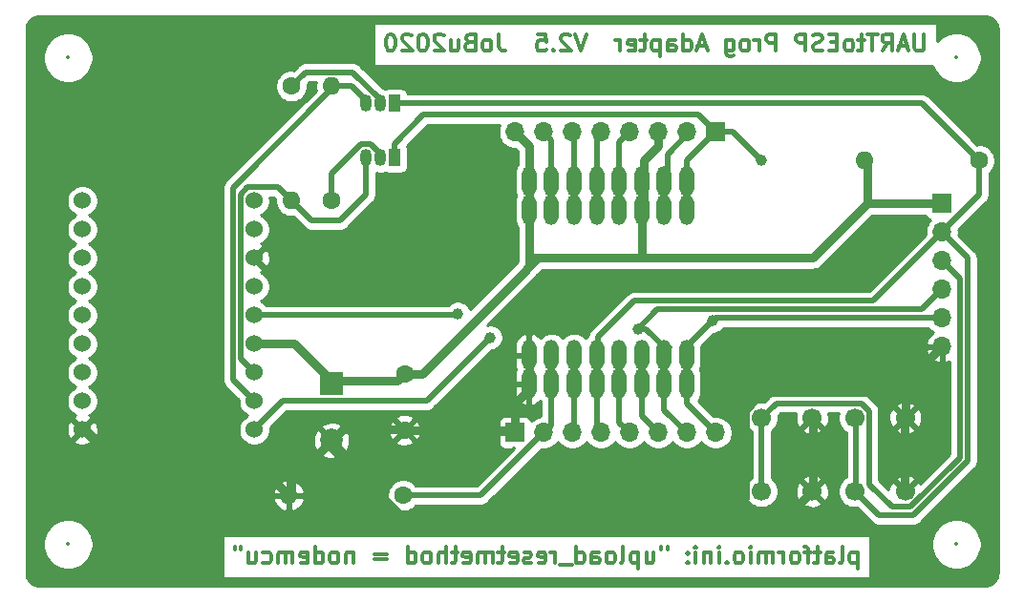
<source format=gbr>
G04 #@! TF.GenerationSoftware,KiCad,Pcbnew,(5.1.10)-1*
G04 #@! TF.CreationDate,2021-12-09T23:22:53+01:00*
G04 #@! TF.ProjectId,UARTtoESP,55415254-746f-4455-9350-2e6b69636164,rev?*
G04 #@! TF.SameCoordinates,Original*
G04 #@! TF.FileFunction,Copper,L2,Bot*
G04 #@! TF.FilePolarity,Positive*
%FSLAX46Y46*%
G04 Gerber Fmt 4.6, Leading zero omitted, Abs format (unit mm)*
G04 Created by KiCad (PCBNEW (5.1.10)-1) date 2021-12-09 23:22:53*
%MOMM*%
%LPD*%
G01*
G04 APERTURE LIST*
G04 #@! TA.AperFunction,NonConductor*
%ADD10C,0.300000*%
G04 #@! TD*
G04 #@! TA.AperFunction,ComponentPad*
%ADD11C,1.700000*%
G04 #@! TD*
G04 #@! TA.AperFunction,ComponentPad*
%ADD12C,1.600000*%
G04 #@! TD*
G04 #@! TA.AperFunction,ComponentPad*
%ADD13O,1.600000X1.600000*%
G04 #@! TD*
G04 #@! TA.AperFunction,ComponentPad*
%ADD14O,1.050000X1.500000*%
G04 #@! TD*
G04 #@! TA.AperFunction,ComponentPad*
%ADD15R,1.050000X1.500000*%
G04 #@! TD*
G04 #@! TA.AperFunction,ComponentPad*
%ADD16O,1.700000X1.700000*%
G04 #@! TD*
G04 #@! TA.AperFunction,ComponentPad*
%ADD17R,1.700000X1.700000*%
G04 #@! TD*
G04 #@! TA.AperFunction,ComponentPad*
%ADD18C,2.000000*%
G04 #@! TD*
G04 #@! TA.AperFunction,ComponentPad*
%ADD19R,2.000000X2.000000*%
G04 #@! TD*
G04 #@! TA.AperFunction,ComponentPad*
%ADD20O,1.300000X2.700000*%
G04 #@! TD*
G04 #@! TA.AperFunction,ComponentPad*
%ADD21C,1.524000*%
G04 #@! TD*
G04 #@! TA.AperFunction,ViaPad*
%ADD22C,1.000000*%
G04 #@! TD*
G04 #@! TA.AperFunction,Conductor*
%ADD23C,0.500000*%
G04 #@! TD*
G04 #@! TA.AperFunction,Conductor*
%ADD24C,0.800000*%
G04 #@! TD*
G04 #@! TA.AperFunction,Conductor*
%ADD25C,0.254000*%
G04 #@! TD*
G04 #@! TA.AperFunction,Conductor*
%ADD26C,0.350000*%
G04 #@! TD*
%ADD27C,0.350000*%
G04 APERTURE END LIST*
D10*
X227469428Y-97214571D02*
X227469428Y-98714571D01*
X227469428Y-97286000D02*
X227326571Y-97214571D01*
X227040857Y-97214571D01*
X226898000Y-97286000D01*
X226826571Y-97357428D01*
X226755142Y-97500285D01*
X226755142Y-97928857D01*
X226826571Y-98071714D01*
X226898000Y-98143142D01*
X227040857Y-98214571D01*
X227326571Y-98214571D01*
X227469428Y-98143142D01*
X225898000Y-98214571D02*
X226040857Y-98143142D01*
X226112285Y-98000285D01*
X226112285Y-96714571D01*
X224683714Y-98214571D02*
X224683714Y-97428857D01*
X224755142Y-97286000D01*
X224898000Y-97214571D01*
X225183714Y-97214571D01*
X225326571Y-97286000D01*
X224683714Y-98143142D02*
X224826571Y-98214571D01*
X225183714Y-98214571D01*
X225326571Y-98143142D01*
X225398000Y-98000285D01*
X225398000Y-97857428D01*
X225326571Y-97714571D01*
X225183714Y-97643142D01*
X224826571Y-97643142D01*
X224683714Y-97571714D01*
X224183714Y-97214571D02*
X223612285Y-97214571D01*
X223969428Y-96714571D02*
X223969428Y-98000285D01*
X223898000Y-98143142D01*
X223755142Y-98214571D01*
X223612285Y-98214571D01*
X223326571Y-97214571D02*
X222755142Y-97214571D01*
X223112285Y-98214571D02*
X223112285Y-96928857D01*
X223040857Y-96786000D01*
X222898000Y-96714571D01*
X222755142Y-96714571D01*
X222040857Y-98214571D02*
X222183714Y-98143142D01*
X222255142Y-98071714D01*
X222326571Y-97928857D01*
X222326571Y-97500285D01*
X222255142Y-97357428D01*
X222183714Y-97286000D01*
X222040857Y-97214571D01*
X221826571Y-97214571D01*
X221683714Y-97286000D01*
X221612285Y-97357428D01*
X221540857Y-97500285D01*
X221540857Y-97928857D01*
X221612285Y-98071714D01*
X221683714Y-98143142D01*
X221826571Y-98214571D01*
X222040857Y-98214571D01*
X220898000Y-98214571D02*
X220898000Y-97214571D01*
X220898000Y-97500285D02*
X220826571Y-97357428D01*
X220755142Y-97286000D01*
X220612285Y-97214571D01*
X220469428Y-97214571D01*
X219969428Y-98214571D02*
X219969428Y-97214571D01*
X219969428Y-97357428D02*
X219898000Y-97286000D01*
X219755142Y-97214571D01*
X219540857Y-97214571D01*
X219398000Y-97286000D01*
X219326571Y-97428857D01*
X219326571Y-98214571D01*
X219326571Y-97428857D02*
X219255142Y-97286000D01*
X219112285Y-97214571D01*
X218898000Y-97214571D01*
X218755142Y-97286000D01*
X218683714Y-97428857D01*
X218683714Y-98214571D01*
X217969428Y-98214571D02*
X217969428Y-97214571D01*
X217969428Y-96714571D02*
X218040857Y-96786000D01*
X217969428Y-96857428D01*
X217898000Y-96786000D01*
X217969428Y-96714571D01*
X217969428Y-96857428D01*
X217040857Y-98214571D02*
X217183714Y-98143142D01*
X217255142Y-98071714D01*
X217326571Y-97928857D01*
X217326571Y-97500285D01*
X217255142Y-97357428D01*
X217183714Y-97286000D01*
X217040857Y-97214571D01*
X216826571Y-97214571D01*
X216683714Y-97286000D01*
X216612285Y-97357428D01*
X216540857Y-97500285D01*
X216540857Y-97928857D01*
X216612285Y-98071714D01*
X216683714Y-98143142D01*
X216826571Y-98214571D01*
X217040857Y-98214571D01*
X215898000Y-98071714D02*
X215826571Y-98143142D01*
X215898000Y-98214571D01*
X215969428Y-98143142D01*
X215898000Y-98071714D01*
X215898000Y-98214571D01*
X215183714Y-98214571D02*
X215183714Y-97214571D01*
X215183714Y-96714571D02*
X215255142Y-96786000D01*
X215183714Y-96857428D01*
X215112285Y-96786000D01*
X215183714Y-96714571D01*
X215183714Y-96857428D01*
X214469428Y-97214571D02*
X214469428Y-98214571D01*
X214469428Y-97357428D02*
X214398000Y-97286000D01*
X214255142Y-97214571D01*
X214040857Y-97214571D01*
X213898000Y-97286000D01*
X213826571Y-97428857D01*
X213826571Y-98214571D01*
X213112285Y-98214571D02*
X213112285Y-97214571D01*
X213112285Y-96714571D02*
X213183714Y-96786000D01*
X213112285Y-96857428D01*
X213040857Y-96786000D01*
X213112285Y-96714571D01*
X213112285Y-96857428D01*
X212398000Y-98071714D02*
X212326571Y-98143142D01*
X212398000Y-98214571D01*
X212469428Y-98143142D01*
X212398000Y-98071714D01*
X212398000Y-98214571D01*
X212398000Y-97286000D02*
X212326571Y-97357428D01*
X212398000Y-97428857D01*
X212469428Y-97357428D01*
X212398000Y-97286000D01*
X212398000Y-97428857D01*
X210612285Y-96714571D02*
X210612285Y-97000285D01*
X210040857Y-96714571D02*
X210040857Y-97000285D01*
X208755142Y-97214571D02*
X208755142Y-98214571D01*
X209398000Y-97214571D02*
X209398000Y-98000285D01*
X209326571Y-98143142D01*
X209183714Y-98214571D01*
X208969428Y-98214571D01*
X208826571Y-98143142D01*
X208755142Y-98071714D01*
X208040857Y-97214571D02*
X208040857Y-98714571D01*
X208040857Y-97286000D02*
X207898000Y-97214571D01*
X207612285Y-97214571D01*
X207469428Y-97286000D01*
X207398000Y-97357428D01*
X207326571Y-97500285D01*
X207326571Y-97928857D01*
X207398000Y-98071714D01*
X207469428Y-98143142D01*
X207612285Y-98214571D01*
X207898000Y-98214571D01*
X208040857Y-98143142D01*
X206469428Y-98214571D02*
X206612285Y-98143142D01*
X206683714Y-98000285D01*
X206683714Y-96714571D01*
X205683714Y-98214571D02*
X205826571Y-98143142D01*
X205898000Y-98071714D01*
X205969428Y-97928857D01*
X205969428Y-97500285D01*
X205898000Y-97357428D01*
X205826571Y-97286000D01*
X205683714Y-97214571D01*
X205469428Y-97214571D01*
X205326571Y-97286000D01*
X205255142Y-97357428D01*
X205183714Y-97500285D01*
X205183714Y-97928857D01*
X205255142Y-98071714D01*
X205326571Y-98143142D01*
X205469428Y-98214571D01*
X205683714Y-98214571D01*
X203898000Y-98214571D02*
X203898000Y-97428857D01*
X203969428Y-97286000D01*
X204112285Y-97214571D01*
X204398000Y-97214571D01*
X204540857Y-97286000D01*
X203898000Y-98143142D02*
X204040857Y-98214571D01*
X204398000Y-98214571D01*
X204540857Y-98143142D01*
X204612285Y-98000285D01*
X204612285Y-97857428D01*
X204540857Y-97714571D01*
X204398000Y-97643142D01*
X204040857Y-97643142D01*
X203898000Y-97571714D01*
X202540857Y-98214571D02*
X202540857Y-96714571D01*
X202540857Y-98143142D02*
X202683714Y-98214571D01*
X202969428Y-98214571D01*
X203112285Y-98143142D01*
X203183714Y-98071714D01*
X203255142Y-97928857D01*
X203255142Y-97500285D01*
X203183714Y-97357428D01*
X203112285Y-97286000D01*
X202969428Y-97214571D01*
X202683714Y-97214571D01*
X202540857Y-97286000D01*
X202183714Y-98357428D02*
X201040857Y-98357428D01*
X200683714Y-98214571D02*
X200683714Y-97214571D01*
X200683714Y-97500285D02*
X200612285Y-97357428D01*
X200540857Y-97286000D01*
X200398000Y-97214571D01*
X200255142Y-97214571D01*
X199183714Y-98143142D02*
X199326571Y-98214571D01*
X199612285Y-98214571D01*
X199755142Y-98143142D01*
X199826571Y-98000285D01*
X199826571Y-97428857D01*
X199755142Y-97286000D01*
X199612285Y-97214571D01*
X199326571Y-97214571D01*
X199183714Y-97286000D01*
X199112285Y-97428857D01*
X199112285Y-97571714D01*
X199826571Y-97714571D01*
X198540857Y-98143142D02*
X198397999Y-98214571D01*
X198112285Y-98214571D01*
X197969428Y-98143142D01*
X197897999Y-98000285D01*
X197897999Y-97928857D01*
X197969428Y-97786000D01*
X198112285Y-97714571D01*
X198326571Y-97714571D01*
X198469428Y-97643142D01*
X198540857Y-97500285D01*
X198540857Y-97428857D01*
X198469428Y-97286000D01*
X198326571Y-97214571D01*
X198112285Y-97214571D01*
X197969428Y-97286000D01*
X196683714Y-98143142D02*
X196826571Y-98214571D01*
X197112285Y-98214571D01*
X197255142Y-98143142D01*
X197326571Y-98000285D01*
X197326571Y-97428857D01*
X197255142Y-97286000D01*
X197112285Y-97214571D01*
X196826571Y-97214571D01*
X196683714Y-97286000D01*
X196612285Y-97428857D01*
X196612285Y-97571714D01*
X197326571Y-97714571D01*
X196183714Y-97214571D02*
X195612285Y-97214571D01*
X195969428Y-96714571D02*
X195969428Y-98000285D01*
X195897999Y-98143142D01*
X195755142Y-98214571D01*
X195612285Y-98214571D01*
X195112285Y-98214571D02*
X195112285Y-97214571D01*
X195112285Y-97357428D02*
X195040857Y-97286000D01*
X194897999Y-97214571D01*
X194683714Y-97214571D01*
X194540857Y-97286000D01*
X194469428Y-97428857D01*
X194469428Y-98214571D01*
X194469428Y-97428857D02*
X194397999Y-97286000D01*
X194255142Y-97214571D01*
X194040857Y-97214571D01*
X193897999Y-97286000D01*
X193826571Y-97428857D01*
X193826571Y-98214571D01*
X192540857Y-98143142D02*
X192683714Y-98214571D01*
X192969428Y-98214571D01*
X193112285Y-98143142D01*
X193183714Y-98000285D01*
X193183714Y-97428857D01*
X193112285Y-97286000D01*
X192969428Y-97214571D01*
X192683714Y-97214571D01*
X192540857Y-97286000D01*
X192469428Y-97428857D01*
X192469428Y-97571714D01*
X193183714Y-97714571D01*
X192040857Y-97214571D02*
X191469428Y-97214571D01*
X191826571Y-96714571D02*
X191826571Y-98000285D01*
X191755142Y-98143142D01*
X191612285Y-98214571D01*
X191469428Y-98214571D01*
X190969428Y-98214571D02*
X190969428Y-96714571D01*
X190326571Y-98214571D02*
X190326571Y-97428857D01*
X190397999Y-97286000D01*
X190540857Y-97214571D01*
X190755142Y-97214571D01*
X190897999Y-97286000D01*
X190969428Y-97357428D01*
X189397999Y-98214571D02*
X189540857Y-98143142D01*
X189612285Y-98071714D01*
X189683714Y-97928857D01*
X189683714Y-97500285D01*
X189612285Y-97357428D01*
X189540857Y-97286000D01*
X189397999Y-97214571D01*
X189183714Y-97214571D01*
X189040857Y-97286000D01*
X188969428Y-97357428D01*
X188897999Y-97500285D01*
X188897999Y-97928857D01*
X188969428Y-98071714D01*
X189040857Y-98143142D01*
X189183714Y-98214571D01*
X189397999Y-98214571D01*
X187612285Y-98214571D02*
X187612285Y-96714571D01*
X187612285Y-98143142D02*
X187755142Y-98214571D01*
X188040857Y-98214571D01*
X188183714Y-98143142D01*
X188255142Y-98071714D01*
X188326571Y-97928857D01*
X188326571Y-97500285D01*
X188255142Y-97357428D01*
X188183714Y-97286000D01*
X188040857Y-97214571D01*
X187755142Y-97214571D01*
X187612285Y-97286000D01*
X185755142Y-97428857D02*
X184612285Y-97428857D01*
X184612285Y-97857428D02*
X185755142Y-97857428D01*
X182755142Y-97214571D02*
X182755142Y-98214571D01*
X182755142Y-97357428D02*
X182683714Y-97286000D01*
X182540857Y-97214571D01*
X182326571Y-97214571D01*
X182183714Y-97286000D01*
X182112285Y-97428857D01*
X182112285Y-98214571D01*
X181183714Y-98214571D02*
X181326571Y-98143142D01*
X181397999Y-98071714D01*
X181469428Y-97928857D01*
X181469428Y-97500285D01*
X181397999Y-97357428D01*
X181326571Y-97286000D01*
X181183714Y-97214571D01*
X180969428Y-97214571D01*
X180826571Y-97286000D01*
X180755142Y-97357428D01*
X180683714Y-97500285D01*
X180683714Y-97928857D01*
X180755142Y-98071714D01*
X180826571Y-98143142D01*
X180969428Y-98214571D01*
X181183714Y-98214571D01*
X179397999Y-98214571D02*
X179397999Y-96714571D01*
X179397999Y-98143142D02*
X179540857Y-98214571D01*
X179826571Y-98214571D01*
X179969428Y-98143142D01*
X180040857Y-98071714D01*
X180112285Y-97928857D01*
X180112285Y-97500285D01*
X180040857Y-97357428D01*
X179969428Y-97286000D01*
X179826571Y-97214571D01*
X179540857Y-97214571D01*
X179397999Y-97286000D01*
X178112285Y-98143142D02*
X178255142Y-98214571D01*
X178540857Y-98214571D01*
X178683714Y-98143142D01*
X178755142Y-98000285D01*
X178755142Y-97428857D01*
X178683714Y-97286000D01*
X178540857Y-97214571D01*
X178255142Y-97214571D01*
X178112285Y-97286000D01*
X178040857Y-97428857D01*
X178040857Y-97571714D01*
X178755142Y-97714571D01*
X177397999Y-98214571D02*
X177397999Y-97214571D01*
X177397999Y-97357428D02*
X177326571Y-97286000D01*
X177183714Y-97214571D01*
X176969428Y-97214571D01*
X176826571Y-97286000D01*
X176755142Y-97428857D01*
X176755142Y-98214571D01*
X176755142Y-97428857D02*
X176683714Y-97286000D01*
X176540857Y-97214571D01*
X176326571Y-97214571D01*
X176183714Y-97286000D01*
X176112285Y-97428857D01*
X176112285Y-98214571D01*
X174755142Y-98143142D02*
X174897999Y-98214571D01*
X175183714Y-98214571D01*
X175326571Y-98143142D01*
X175397999Y-98071714D01*
X175469428Y-97928857D01*
X175469428Y-97500285D01*
X175397999Y-97357428D01*
X175326571Y-97286000D01*
X175183714Y-97214571D01*
X174897999Y-97214571D01*
X174755142Y-97286000D01*
X173469428Y-97214571D02*
X173469428Y-98214571D01*
X174112285Y-97214571D02*
X174112285Y-98000285D01*
X174040857Y-98143142D01*
X173897999Y-98214571D01*
X173683714Y-98214571D01*
X173540857Y-98143142D01*
X173469428Y-98071714D01*
X172826571Y-96714571D02*
X172826571Y-97000285D01*
X172255142Y-96714571D02*
X172255142Y-97000285D01*
X233371428Y-51248571D02*
X233371428Y-52462857D01*
X233300000Y-52605714D01*
X233228571Y-52677142D01*
X233085714Y-52748571D01*
X232800000Y-52748571D01*
X232657142Y-52677142D01*
X232585714Y-52605714D01*
X232514285Y-52462857D01*
X232514285Y-51248571D01*
X231871428Y-52320000D02*
X231157142Y-52320000D01*
X232014285Y-52748571D02*
X231514285Y-51248571D01*
X231014285Y-52748571D01*
X229657142Y-52748571D02*
X230157142Y-52034285D01*
X230514285Y-52748571D02*
X230514285Y-51248571D01*
X229942857Y-51248571D01*
X229800000Y-51320000D01*
X229728571Y-51391428D01*
X229657142Y-51534285D01*
X229657142Y-51748571D01*
X229728571Y-51891428D01*
X229800000Y-51962857D01*
X229942857Y-52034285D01*
X230514285Y-52034285D01*
X229228571Y-51248571D02*
X228371428Y-51248571D01*
X228800000Y-52748571D02*
X228800000Y-51248571D01*
X228085714Y-51748571D02*
X227514285Y-51748571D01*
X227871428Y-51248571D02*
X227871428Y-52534285D01*
X227800000Y-52677142D01*
X227657142Y-52748571D01*
X227514285Y-52748571D01*
X226800000Y-52748571D02*
X226942857Y-52677142D01*
X227014285Y-52605714D01*
X227085714Y-52462857D01*
X227085714Y-52034285D01*
X227014285Y-51891428D01*
X226942857Y-51820000D01*
X226800000Y-51748571D01*
X226585714Y-51748571D01*
X226442857Y-51820000D01*
X226371428Y-51891428D01*
X226300000Y-52034285D01*
X226300000Y-52462857D01*
X226371428Y-52605714D01*
X226442857Y-52677142D01*
X226585714Y-52748571D01*
X226800000Y-52748571D01*
X225657142Y-51962857D02*
X225157142Y-51962857D01*
X224942857Y-52748571D02*
X225657142Y-52748571D01*
X225657142Y-51248571D01*
X224942857Y-51248571D01*
X224371428Y-52677142D02*
X224157142Y-52748571D01*
X223800000Y-52748571D01*
X223657142Y-52677142D01*
X223585714Y-52605714D01*
X223514285Y-52462857D01*
X223514285Y-52320000D01*
X223585714Y-52177142D01*
X223657142Y-52105714D01*
X223800000Y-52034285D01*
X224085714Y-51962857D01*
X224228571Y-51891428D01*
X224300000Y-51820000D01*
X224371428Y-51677142D01*
X224371428Y-51534285D01*
X224300000Y-51391428D01*
X224228571Y-51320000D01*
X224085714Y-51248571D01*
X223728571Y-51248571D01*
X223514285Y-51320000D01*
X222871428Y-52748571D02*
X222871428Y-51248571D01*
X222300000Y-51248571D01*
X222157142Y-51320000D01*
X222085714Y-51391428D01*
X222014285Y-51534285D01*
X222014285Y-51748571D01*
X222085714Y-51891428D01*
X222157142Y-51962857D01*
X222300000Y-52034285D01*
X222871428Y-52034285D01*
X220228571Y-52748571D02*
X220228571Y-51248571D01*
X219657142Y-51248571D01*
X219514285Y-51320000D01*
X219442857Y-51391428D01*
X219371428Y-51534285D01*
X219371428Y-51748571D01*
X219442857Y-51891428D01*
X219514285Y-51962857D01*
X219657142Y-52034285D01*
X220228571Y-52034285D01*
X218728571Y-52748571D02*
X218728571Y-51748571D01*
X218728571Y-52034285D02*
X218657142Y-51891428D01*
X218585714Y-51820000D01*
X218442857Y-51748571D01*
X218300000Y-51748571D01*
X217585714Y-52748571D02*
X217728571Y-52677142D01*
X217800000Y-52605714D01*
X217871428Y-52462857D01*
X217871428Y-52034285D01*
X217800000Y-51891428D01*
X217728571Y-51820000D01*
X217585714Y-51748571D01*
X217371428Y-51748571D01*
X217228571Y-51820000D01*
X217157142Y-51891428D01*
X217085714Y-52034285D01*
X217085714Y-52462857D01*
X217157142Y-52605714D01*
X217228571Y-52677142D01*
X217371428Y-52748571D01*
X217585714Y-52748571D01*
X215800000Y-51748571D02*
X215800000Y-52962857D01*
X215871428Y-53105714D01*
X215942857Y-53177142D01*
X216085714Y-53248571D01*
X216300000Y-53248571D01*
X216442857Y-53177142D01*
X215800000Y-52677142D02*
X215942857Y-52748571D01*
X216228571Y-52748571D01*
X216371428Y-52677142D01*
X216442857Y-52605714D01*
X216514285Y-52462857D01*
X216514285Y-52034285D01*
X216442857Y-51891428D01*
X216371428Y-51820000D01*
X216228571Y-51748571D01*
X215942857Y-51748571D01*
X215800000Y-51820000D01*
X214014285Y-52320000D02*
X213300000Y-52320000D01*
X214157142Y-52748571D02*
X213657142Y-51248571D01*
X213157142Y-52748571D01*
X212014285Y-52748571D02*
X212014285Y-51248571D01*
X212014285Y-52677142D02*
X212157142Y-52748571D01*
X212442857Y-52748571D01*
X212585714Y-52677142D01*
X212657142Y-52605714D01*
X212728571Y-52462857D01*
X212728571Y-52034285D01*
X212657142Y-51891428D01*
X212585714Y-51820000D01*
X212442857Y-51748571D01*
X212157142Y-51748571D01*
X212014285Y-51820000D01*
X210657142Y-52748571D02*
X210657142Y-51962857D01*
X210728571Y-51820000D01*
X210871428Y-51748571D01*
X211157142Y-51748571D01*
X211300000Y-51820000D01*
X210657142Y-52677142D02*
X210800000Y-52748571D01*
X211157142Y-52748571D01*
X211300000Y-52677142D01*
X211371428Y-52534285D01*
X211371428Y-52391428D01*
X211300000Y-52248571D01*
X211157142Y-52177142D01*
X210800000Y-52177142D01*
X210657142Y-52105714D01*
X209942857Y-51748571D02*
X209942857Y-53248571D01*
X209942857Y-51820000D02*
X209800000Y-51748571D01*
X209514285Y-51748571D01*
X209371428Y-51820000D01*
X209300000Y-51891428D01*
X209228571Y-52034285D01*
X209228571Y-52462857D01*
X209300000Y-52605714D01*
X209371428Y-52677142D01*
X209514285Y-52748571D01*
X209800000Y-52748571D01*
X209942857Y-52677142D01*
X208800000Y-51748571D02*
X208228571Y-51748571D01*
X208585714Y-51248571D02*
X208585714Y-52534285D01*
X208514285Y-52677142D01*
X208371428Y-52748571D01*
X208228571Y-52748571D01*
X207157142Y-52677142D02*
X207300000Y-52748571D01*
X207585714Y-52748571D01*
X207728571Y-52677142D01*
X207800000Y-52534285D01*
X207800000Y-51962857D01*
X207728571Y-51820000D01*
X207585714Y-51748571D01*
X207300000Y-51748571D01*
X207157142Y-51820000D01*
X207085714Y-51962857D01*
X207085714Y-52105714D01*
X207800000Y-52248571D01*
X206442857Y-52748571D02*
X206442857Y-51748571D01*
X206442857Y-52034285D02*
X206371428Y-51891428D01*
X206300000Y-51820000D01*
X206157142Y-51748571D01*
X206014285Y-51748571D01*
X203442857Y-51248571D02*
X202942857Y-52748571D01*
X202442857Y-51248571D01*
X202014285Y-51391428D02*
X201942857Y-51320000D01*
X201800000Y-51248571D01*
X201442857Y-51248571D01*
X201300000Y-51320000D01*
X201228571Y-51391428D01*
X201157142Y-51534285D01*
X201157142Y-51677142D01*
X201228571Y-51891428D01*
X202085714Y-52748571D01*
X201157142Y-52748571D01*
X200514285Y-52605714D02*
X200442857Y-52677142D01*
X200514285Y-52748571D01*
X200585714Y-52677142D01*
X200514285Y-52605714D01*
X200514285Y-52748571D01*
X199085714Y-51248571D02*
X199800000Y-51248571D01*
X199871428Y-51962857D01*
X199800000Y-51891428D01*
X199657142Y-51820000D01*
X199300000Y-51820000D01*
X199157142Y-51891428D01*
X199085714Y-51962857D01*
X199014285Y-52105714D01*
X199014285Y-52462857D01*
X199085714Y-52605714D01*
X199157142Y-52677142D01*
X199300000Y-52748571D01*
X199657142Y-52748571D01*
X199800000Y-52677142D01*
X199871428Y-52605714D01*
X195657142Y-51248571D02*
X195657142Y-52320000D01*
X195728571Y-52534285D01*
X195871428Y-52677142D01*
X196085714Y-52748571D01*
X196228571Y-52748571D01*
X194728571Y-52748571D02*
X194871428Y-52677142D01*
X194942857Y-52605714D01*
X195014285Y-52462857D01*
X195014285Y-52034285D01*
X194942857Y-51891428D01*
X194871428Y-51820000D01*
X194728571Y-51748571D01*
X194514285Y-51748571D01*
X194371428Y-51820000D01*
X194300000Y-51891428D01*
X194228571Y-52034285D01*
X194228571Y-52462857D01*
X194300000Y-52605714D01*
X194371428Y-52677142D01*
X194514285Y-52748571D01*
X194728571Y-52748571D01*
X193085714Y-51962857D02*
X192871428Y-52034285D01*
X192800000Y-52105714D01*
X192728571Y-52248571D01*
X192728571Y-52462857D01*
X192800000Y-52605714D01*
X192871428Y-52677142D01*
X193014285Y-52748571D01*
X193585714Y-52748571D01*
X193585714Y-51248571D01*
X193085714Y-51248571D01*
X192942857Y-51320000D01*
X192871428Y-51391428D01*
X192800000Y-51534285D01*
X192800000Y-51677142D01*
X192871428Y-51820000D01*
X192942857Y-51891428D01*
X193085714Y-51962857D01*
X193585714Y-51962857D01*
X191442857Y-51748571D02*
X191442857Y-52748571D01*
X192085714Y-51748571D02*
X192085714Y-52534285D01*
X192014285Y-52677142D01*
X191871428Y-52748571D01*
X191657142Y-52748571D01*
X191514285Y-52677142D01*
X191442857Y-52605714D01*
X190800000Y-51391428D02*
X190728571Y-51320000D01*
X190585714Y-51248571D01*
X190228571Y-51248571D01*
X190085714Y-51320000D01*
X190014285Y-51391428D01*
X189942857Y-51534285D01*
X189942857Y-51677142D01*
X190014285Y-51891428D01*
X190871428Y-52748571D01*
X189942857Y-52748571D01*
X189014285Y-51248571D02*
X188871428Y-51248571D01*
X188728571Y-51320000D01*
X188657142Y-51391428D01*
X188585714Y-51534285D01*
X188514285Y-51820000D01*
X188514285Y-52177142D01*
X188585714Y-52462857D01*
X188657142Y-52605714D01*
X188728571Y-52677142D01*
X188871428Y-52748571D01*
X189014285Y-52748571D01*
X189157142Y-52677142D01*
X189228571Y-52605714D01*
X189300000Y-52462857D01*
X189371428Y-52177142D01*
X189371428Y-51820000D01*
X189300000Y-51534285D01*
X189228571Y-51391428D01*
X189157142Y-51320000D01*
X189014285Y-51248571D01*
X187942857Y-51391428D02*
X187871428Y-51320000D01*
X187728571Y-51248571D01*
X187371428Y-51248571D01*
X187228571Y-51320000D01*
X187157142Y-51391428D01*
X187085714Y-51534285D01*
X187085714Y-51677142D01*
X187157142Y-51891428D01*
X188014285Y-52748571D01*
X187085714Y-52748571D01*
X186157142Y-51248571D02*
X186014285Y-51248571D01*
X185871428Y-51320000D01*
X185800000Y-51391428D01*
X185728571Y-51534285D01*
X185657142Y-51820000D01*
X185657142Y-52177142D01*
X185728571Y-52462857D01*
X185800000Y-52605714D01*
X185871428Y-52677142D01*
X186014285Y-52748571D01*
X186157142Y-52748571D01*
X186300000Y-52677142D01*
X186371428Y-52605714D01*
X186442857Y-52462857D01*
X186514285Y-52177142D01*
X186514285Y-51820000D01*
X186442857Y-51534285D01*
X186371428Y-51391428D01*
X186300000Y-51320000D01*
X186157142Y-51248571D01*
D11*
G04 #@! TO.P,SW2,1*
G04 #@! TO.N,RST*
X218948000Y-91821000D03*
G04 #@! TO.P,SW2,2*
X218948000Y-85321000D03*
G04 #@! TO.P,SW2,3*
G04 #@! TO.N,GND*
X223448000Y-91821000D03*
G04 #@! TO.P,SW2,4*
X223448000Y-85321000D03*
G04 #@! TD*
D12*
G04 #@! TO.P,R3,1*
G04 #@! TO.N,/DTRR*
X180848000Y-66040000D03*
D13*
G04 #@! TO.P,R3,2*
G04 #@! TO.N,/DTR*
X180848000Y-55880000D03*
G04 #@! TD*
D14*
G04 #@! TO.P,Q2,2*
G04 #@! TO.N,/DTRR*
X185166000Y-62230000D03*
G04 #@! TO.P,Q2,3*
G04 #@! TO.N,/RTS*
X183896000Y-62230000D03*
D15*
G04 #@! TO.P,Q2,1*
G04 #@! TO.N,RST*
X186436000Y-62230000D03*
G04 #@! TD*
D16*
G04 #@! TO.P,J3,6*
G04 #@! TO.N,GND*
X234950000Y-78994000D03*
G04 #@! TO.P,J3,5*
G04 #@! TO.N,TX*
X234950000Y-76454000D03*
G04 #@! TO.P,J3,4*
G04 #@! TO.N,RX*
X234950000Y-73914000D03*
G04 #@! TO.P,J3,3*
G04 #@! TO.N,RST*
X234950000Y-71374000D03*
G04 #@! TO.P,J3,2*
G04 #@! TO.N,0*
X234950000Y-68834000D03*
D17*
G04 #@! TO.P,J3,1*
G04 #@! TO.N,VCC*
X234950000Y-66294000D03*
G04 #@! TD*
D18*
G04 #@! TO.P,C1,2*
G04 #@! TO.N,GND*
X180848000Y-87296000D03*
D19*
G04 #@! TO.P,C1,1*
G04 #@! TO.N,VCC*
X180848000Y-82296000D03*
G04 #@! TD*
D13*
G04 #@! TO.P,R4,2*
G04 #@! TO.N,VCC*
X228092000Y-62484000D03*
D12*
G04 #@! TO.P,R4,1*
G04 #@! TO.N,0*
X238252000Y-62484000D03*
G04 #@! TD*
D20*
G04 #@! TO.P,U3,16*
G04 #@! TO.N,TX*
X212344000Y-79724000D03*
G04 #@! TO.P,U3,15*
G04 #@! TO.N,RX*
X210344000Y-79724000D03*
G04 #@! TO.P,U3,14*
G04 #@! TO.N,5*
X208344000Y-79724000D03*
G04 #@! TO.P,U3,13*
G04 #@! TO.N,4*
X206344000Y-79724000D03*
G04 #@! TO.P,U3,12*
G04 #@! TO.N,0*
X204344000Y-79724000D03*
G04 #@! TO.P,U3,11*
G04 #@! TO.N,2*
X202344000Y-79724000D03*
G04 #@! TO.P,U3,10*
G04 #@! TO.N,15*
X200344000Y-79724000D03*
G04 #@! TO.P,U3,9*
G04 #@! TO.N,GND*
X198344000Y-79724000D03*
G04 #@! TO.P,U3,8*
G04 #@! TO.N,VCC*
X198344000Y-64324000D03*
G04 #@! TO.P,U3,7*
G04 #@! TO.N,13*
X200344000Y-64324000D03*
G04 #@! TO.P,U3,6*
G04 #@! TO.N,12*
X202344000Y-64324000D03*
G04 #@! TO.P,U3,5*
G04 #@! TO.N,14*
X204344000Y-64324000D03*
G04 #@! TO.P,U3,4*
G04 #@! TO.N,16*
X206344000Y-64324000D03*
G04 #@! TO.P,U3,3*
G04 #@! TO.N,VCC*
X208344000Y-64324000D03*
G04 #@! TO.P,U3,2*
G04 #@! TO.N,ADC*
X210344000Y-64324000D03*
G04 #@! TO.P,U3,1*
G04 #@! TO.N,RST*
X212344000Y-64324000D03*
G04 #@! TD*
G04 #@! TO.P,U2,16*
G04 #@! TO.N,TX*
X212344000Y-82264000D03*
G04 #@! TO.P,U2,15*
G04 #@! TO.N,RX*
X210344000Y-82264000D03*
G04 #@! TO.P,U2,14*
G04 #@! TO.N,5*
X208344000Y-82264000D03*
G04 #@! TO.P,U2,13*
G04 #@! TO.N,4*
X206344000Y-82264000D03*
G04 #@! TO.P,U2,12*
G04 #@! TO.N,0*
X204344000Y-82264000D03*
G04 #@! TO.P,U2,11*
G04 #@! TO.N,2*
X202344000Y-82264000D03*
G04 #@! TO.P,U2,10*
G04 #@! TO.N,15*
X200344000Y-82264000D03*
G04 #@! TO.P,U2,9*
G04 #@! TO.N,GND*
X198344000Y-82264000D03*
G04 #@! TO.P,U2,8*
G04 #@! TO.N,VCC*
X198344000Y-66864000D03*
G04 #@! TO.P,U2,7*
G04 #@! TO.N,13*
X200344000Y-66864000D03*
G04 #@! TO.P,U2,6*
G04 #@! TO.N,12*
X202344000Y-66864000D03*
G04 #@! TO.P,U2,5*
G04 #@! TO.N,14*
X204344000Y-66864000D03*
G04 #@! TO.P,U2,4*
G04 #@! TO.N,16*
X206344000Y-66864000D03*
G04 #@! TO.P,U2,3*
G04 #@! TO.N,VCC*
X208344000Y-66864000D03*
G04 #@! TO.P,U2,2*
G04 #@! TO.N,ADC*
X210344000Y-66864000D03*
G04 #@! TO.P,U2,1*
G04 #@! TO.N,RST*
X212344000Y-66864000D03*
G04 #@! TD*
D16*
G04 #@! TO.P,J1,8*
G04 #@! TO.N,TX*
X214884000Y-86614000D03*
G04 #@! TO.P,J1,7*
G04 #@! TO.N,RX*
X212344000Y-86614000D03*
G04 #@! TO.P,J1,6*
G04 #@! TO.N,5*
X209804000Y-86614000D03*
G04 #@! TO.P,J1,5*
G04 #@! TO.N,4*
X207264000Y-86614000D03*
G04 #@! TO.P,J1,4*
G04 #@! TO.N,0*
X204724000Y-86614000D03*
G04 #@! TO.P,J1,3*
G04 #@! TO.N,2*
X202184000Y-86614000D03*
G04 #@! TO.P,J1,2*
G04 #@! TO.N,15*
X199644000Y-86614000D03*
D17*
G04 #@! TO.P,J1,1*
G04 #@! TO.N,GND*
X197104000Y-86614000D03*
G04 #@! TD*
D12*
G04 #@! TO.P,C2,1*
G04 #@! TO.N,VCC*
X187325000Y-81407000D03*
G04 #@! TO.P,C2,2*
G04 #@! TO.N,GND*
X187325000Y-86407000D03*
G04 #@! TD*
D21*
G04 #@! TO.P,U1,1*
G04 #@! TO.N,Net-(U1-Pad1)*
X158750000Y-66040000D03*
G04 #@! TO.P,U1,2*
G04 #@! TO.N,Net-(U1-Pad2)*
X158750000Y-68580000D03*
G04 #@! TO.P,U1,3*
G04 #@! TO.N,Net-(U1-Pad3)*
X158750000Y-71120000D03*
G04 #@! TO.P,U1,4*
G04 #@! TO.N,Net-(U1-Pad4)*
X158750000Y-73660000D03*
G04 #@! TO.P,U1,5*
G04 #@! TO.N,Net-(U1-Pad5)*
X158750000Y-76200000D03*
G04 #@! TO.P,U1,6*
G04 #@! TO.N,Net-(U1-Pad6)*
X158750000Y-78740000D03*
G04 #@! TO.P,U1,7*
G04 #@! TO.N,Net-(U1-Pad7)*
X158750000Y-81280000D03*
G04 #@! TO.P,U1,8*
G04 #@! TO.N,Net-(U1-Pad8)*
X158750000Y-83820000D03*
G04 #@! TO.P,U1,9*
G04 #@! TO.N,GND*
X158750000Y-86360000D03*
G04 #@! TO.P,U1,10*
G04 #@! TO.N,RX*
X173990000Y-86360000D03*
G04 #@! TO.P,U1,11*
G04 #@! TO.N,/DTR*
X173990000Y-83820000D03*
G04 #@! TO.P,U1,12*
G04 #@! TO.N,/RTS*
X173990000Y-81280000D03*
G04 #@! TO.P,U1,13*
G04 #@! TO.N,VCC*
X173990000Y-78740000D03*
G04 #@! TO.P,U1,14*
G04 #@! TO.N,TX*
X173990000Y-76200000D03*
G04 #@! TO.P,U1,15*
G04 #@! TO.N,Net-(U1-Pad15)*
X173990000Y-73660000D03*
G04 #@! TO.P,U1,16*
G04 #@! TO.N,GND*
X173990000Y-71120000D03*
G04 #@! TO.P,U1,17*
G04 #@! TO.N,Net-(U1-Pad17)*
X173990000Y-68580000D03*
G04 #@! TO.P,U1,18*
G04 #@! TO.N,Net-(U1-Pad18)*
X173990000Y-66040000D03*
G04 #@! TD*
D11*
G04 #@! TO.P,SW1,1*
G04 #@! TO.N,0*
X227203000Y-91821000D03*
G04 #@! TO.P,SW1,2*
X227203000Y-85321000D03*
G04 #@! TO.P,SW1,3*
G04 #@! TO.N,GND*
X231703000Y-91821000D03*
G04 #@! TO.P,SW1,4*
X231703000Y-85321000D03*
G04 #@! TD*
D12*
G04 #@! TO.P,R2,1*
G04 #@! TO.N,/RTSR*
X177292000Y-55880000D03*
D13*
G04 #@! TO.P,R2,2*
G04 #@! TO.N,/RTS*
X177292000Y-66040000D03*
G04 #@! TD*
D12*
G04 #@! TO.P,R1,1*
G04 #@! TO.N,15*
X187198000Y-92202000D03*
D13*
G04 #@! TO.P,R1,2*
G04 #@! TO.N,GND*
X177038000Y-92202000D03*
G04 #@! TD*
D14*
G04 #@! TO.P,Q1,2*
G04 #@! TO.N,/RTSR*
X185166000Y-57404000D03*
G04 #@! TO.P,Q1,3*
G04 #@! TO.N,/DTR*
X183896000Y-57404000D03*
D15*
G04 #@! TO.P,Q1,1*
G04 #@! TO.N,0*
X186436000Y-57404000D03*
G04 #@! TD*
D17*
G04 #@! TO.P,J2,1*
G04 #@! TO.N,RST*
X214884000Y-59944000D03*
D16*
G04 #@! TO.P,J2,2*
G04 #@! TO.N,ADC*
X212344000Y-59944000D03*
G04 #@! TO.P,J2,3*
G04 #@! TO.N,VCC*
X209804000Y-59944000D03*
G04 #@! TO.P,J2,4*
G04 #@! TO.N,16*
X207264000Y-59944000D03*
G04 #@! TO.P,J2,5*
G04 #@! TO.N,14*
X204724000Y-59944000D03*
G04 #@! TO.P,J2,6*
G04 #@! TO.N,12*
X202184000Y-59944000D03*
G04 #@! TO.P,J2,7*
G04 #@! TO.N,13*
X199644000Y-59944000D03*
G04 #@! TO.P,J2,8*
G04 #@! TO.N,VCC*
X197104000Y-59944000D03*
G04 #@! TD*
D22*
G04 #@! TO.N,TX*
X214630000Y-76708000D03*
X192024000Y-76057179D03*
G04 #@! TO.N,RX*
X194935764Y-78166010D03*
X208026000Y-77404010D03*
G04 #@! TO.N,RST*
X218948000Y-62484000D03*
G04 #@! TD*
D23*
G04 #@! TO.N,TX*
X212344000Y-79024000D02*
X212344000Y-84074000D01*
X212344000Y-84074000D02*
X214884000Y-86614000D01*
X234950000Y-76454000D02*
X214884000Y-76454000D01*
X214630000Y-76708000D02*
X212344000Y-78994000D01*
X214884000Y-76454000D02*
X214630000Y-76708000D01*
X173990000Y-76200000D02*
X191881179Y-76200000D01*
X191881179Y-76200000D02*
X192024000Y-76057179D01*
G04 #@! TO.N,RX*
X210344000Y-79024000D02*
X210344000Y-84614000D01*
X210344000Y-84614000D02*
X212344000Y-86614000D01*
X210344000Y-79024000D02*
X210790000Y-79024000D01*
X173990000Y-86360000D02*
X176530000Y-83820000D01*
X189281774Y-83820000D02*
X194935764Y-78166010D01*
X176530000Y-83820000D02*
X189281774Y-83820000D01*
X234950000Y-73914000D02*
X233172000Y-75692000D01*
X233172000Y-75692000D02*
X209738010Y-75692000D01*
X209738010Y-75692000D02*
X208026000Y-77404010D01*
X208026000Y-77404010D02*
X208722010Y-77404010D01*
X208722010Y-77404010D02*
X210312000Y-78994000D01*
G04 #@! TO.N,5*
X208344000Y-79024000D02*
X208344000Y-85154000D01*
X208344000Y-85154000D02*
X209804000Y-86614000D01*
G04 #@! TO.N,4*
X206344000Y-79024000D02*
X206344000Y-85694000D01*
X206344000Y-85694000D02*
X207264000Y-86614000D01*
G04 #@! TO.N,0*
X204344000Y-79024000D02*
X204344000Y-86234000D01*
X204344000Y-86234000D02*
X204724000Y-86614000D01*
X227330000Y-85344000D02*
X227330000Y-91694000D01*
X234950000Y-68834000D02*
X238252000Y-65532000D01*
X238252000Y-65532000D02*
X238252000Y-62484000D01*
X186436000Y-57404000D02*
X233172000Y-57404000D01*
X233172000Y-57404000D02*
X238252000Y-62484000D01*
X237236000Y-71120000D02*
X234950000Y-68834000D01*
X237236000Y-89154000D02*
X237236000Y-71120000D01*
X232410000Y-93980000D02*
X237236000Y-89154000D01*
X229362000Y-93980000D02*
X232410000Y-93980000D01*
X227203000Y-91821000D02*
X229362000Y-93980000D01*
X234950000Y-68834000D02*
X228854000Y-74930000D01*
X207664276Y-74930000D02*
X204470000Y-78124276D01*
X204470000Y-78124276D02*
X204470000Y-78994000D01*
X228854000Y-74930000D02*
X207664276Y-74930000D01*
G04 #@! TO.N,2*
X202344000Y-79024000D02*
X202344000Y-86454000D01*
X202344000Y-86454000D02*
X202184000Y-86614000D01*
G04 #@! TO.N,15*
X200344000Y-79024000D02*
X200344000Y-85914000D01*
X200344000Y-85914000D02*
X199644000Y-86614000D01*
X200279000Y-78994000D02*
X200279000Y-85979000D01*
X200279000Y-85979000D02*
X199644000Y-86614000D01*
X199644000Y-86614000D02*
X194056000Y-92202000D01*
X194056000Y-92202000D02*
X187198000Y-92202000D01*
D24*
G04 #@! TO.N,GND*
X197104000Y-86614000D02*
X197104000Y-84074000D01*
X197104000Y-84074000D02*
X198374000Y-82804000D01*
X198374000Y-82804000D02*
X198374000Y-78994000D01*
X197104000Y-86614000D02*
X197104000Y-86974002D01*
X187452000Y-86360000D02*
X181864000Y-86360000D01*
X181864000Y-86360000D02*
X177292000Y-90932000D01*
X177292000Y-90932000D02*
X177292000Y-91948000D01*
X177292000Y-91948000D02*
X177038000Y-92202000D01*
X160528000Y-87884000D02*
X159004000Y-86360000D01*
X172974000Y-90170000D02*
X170688000Y-87884000D01*
X175006000Y-90170000D02*
X172974000Y-90170000D01*
X177038000Y-92202000D02*
X175006000Y-90170000D01*
X231648000Y-85344000D02*
X231648000Y-91948000D01*
X223520000Y-91694000D02*
X223520000Y-85344000D01*
X231703000Y-85321000D02*
X231703000Y-82241000D01*
X187325000Y-86407000D02*
X196897000Y-86407000D01*
X196897000Y-86407000D02*
X197104000Y-86614000D01*
X180848000Y-87924002D02*
X180848000Y-87122000D01*
X187411998Y-94488000D02*
X180848000Y-87924002D01*
X223448000Y-91821000D02*
X220781000Y-94488000D01*
X220781000Y-94488000D02*
X215392000Y-94488000D01*
X215392000Y-94488000D02*
X187411998Y-94488000D01*
X232537000Y-81407000D02*
X234950000Y-78994000D01*
X231703000Y-82241000D02*
X232537000Y-81407000D01*
X170688000Y-87884000D02*
X168402000Y-87884000D01*
X168402000Y-87884000D02*
X168402000Y-87122000D01*
X168402000Y-87884000D02*
X160528000Y-87884000D01*
X230886000Y-83058000D02*
X232537000Y-81407000D01*
X219064998Y-83058000D02*
X230886000Y-83058000D01*
X217497999Y-84624999D02*
X219064998Y-83058000D01*
X217497999Y-92382001D02*
X217497999Y-84624999D01*
X215392000Y-94488000D02*
X217497999Y-92382001D01*
D23*
G04 #@! TO.N,13*
X200344000Y-67564000D02*
X200344000Y-60644000D01*
X200344000Y-60644000D02*
X199644000Y-59944000D01*
G04 #@! TO.N,12*
X202344000Y-67564000D02*
X202344000Y-60104000D01*
G04 #@! TO.N,14*
X204344000Y-67564000D02*
X204344000Y-60324000D01*
G04 #@! TO.N,16*
X206344000Y-67564000D02*
X206344000Y-60864000D01*
X206344000Y-60864000D02*
X207264000Y-59944000D01*
G04 #@! TO.N,ADC*
X210344000Y-67564000D02*
X210344000Y-65014000D01*
X210654010Y-64703990D02*
X210654010Y-61923990D01*
X210344000Y-65014000D02*
X210654010Y-64703990D01*
X210654010Y-61923990D02*
X212374000Y-60204000D01*
X212374000Y-60204000D02*
X212374000Y-59974000D01*
G04 #@! TO.N,RST*
X212344000Y-67564000D02*
X212344000Y-65024000D01*
X212344000Y-65024000D02*
X212344000Y-62484000D01*
X212344000Y-62484000D02*
X214884000Y-59944000D01*
X218948000Y-91821000D02*
X218948000Y-85344000D01*
X186436000Y-60980000D02*
X188996000Y-58420000D01*
X186436000Y-62230000D02*
X186436000Y-60980000D01*
X188996000Y-58420000D02*
X213360000Y-58420000D01*
X213360000Y-58420000D02*
X214884000Y-59944000D01*
X227827001Y-84020999D02*
X220271001Y-84020999D01*
X228503001Y-84696999D02*
X227827001Y-84020999D01*
X228503001Y-91196999D02*
X228503001Y-84696999D01*
X230524002Y-93218000D02*
X228503001Y-91196999D01*
X232182038Y-93218000D02*
X230524002Y-93218000D01*
X236535990Y-88864048D02*
X232182038Y-93218000D01*
X236535990Y-72959990D02*
X236535990Y-88864048D01*
X234950000Y-71374000D02*
X236535990Y-72959990D01*
X220271001Y-84020999D02*
X218948000Y-85344000D01*
X218948000Y-62484000D02*
X216916000Y-60452000D01*
X216916000Y-60452000D02*
X216408000Y-59944000D01*
X216408000Y-59944000D02*
X214884000Y-59944000D01*
G04 #@! TO.N,/DTR*
X183896000Y-57404000D02*
X183896000Y-57150000D01*
X183896000Y-57150000D02*
X182626000Y-55880000D01*
X182626000Y-55880000D02*
X180848000Y-55880000D01*
X180848000Y-56134000D02*
X180848000Y-55880000D01*
X172077989Y-64904011D02*
X180848000Y-56134000D01*
X172077989Y-81907989D02*
X172077989Y-64904011D01*
X173990000Y-83820000D02*
X172077989Y-81907989D01*
G04 #@! TO.N,/RTSR*
X185166000Y-57070128D02*
X182725871Y-54629999D01*
X182725871Y-54629999D02*
X178542001Y-54629999D01*
X185166000Y-57404000D02*
X185166000Y-57070128D01*
X178542001Y-54629999D02*
X177292000Y-55880000D01*
G04 #@! TO.N,/RTS*
X173408239Y-64827999D02*
X176079999Y-64827999D01*
X172777999Y-80067999D02*
X172777999Y-65458239D01*
X172777999Y-65458239D02*
X173408239Y-64827999D01*
X173990000Y-81280000D02*
X172777999Y-80067999D01*
X176079999Y-64827999D02*
X179070000Y-67818000D01*
X179070000Y-67818000D02*
X181610000Y-67818000D01*
X181610000Y-67818000D02*
X183896000Y-65532000D01*
X183896000Y-65532000D02*
X183896000Y-62230000D01*
G04 #@! TO.N,/DTRR*
X184299862Y-61029990D02*
X185166000Y-61896128D01*
X183492138Y-61029990D02*
X184299862Y-61029990D01*
X180848000Y-63674128D02*
X183492138Y-61029990D01*
X180848000Y-66040000D02*
X180848000Y-63674128D01*
X185166000Y-61896128D02*
X185166000Y-62230000D01*
D24*
G04 #@! TO.N,VCC*
X208534000Y-62484000D02*
X209804000Y-61214000D01*
X208534000Y-67564000D02*
X208534000Y-62484000D01*
X209804000Y-61214000D02*
X209804000Y-59944000D01*
X198344000Y-67564000D02*
X198344000Y-61184000D01*
X198344000Y-61184000D02*
X197104000Y-59944000D01*
X173990000Y-78740000D02*
X177546000Y-78740000D01*
X177546000Y-78740000D02*
X180848000Y-82042000D01*
X180848000Y-82042000D02*
X186690000Y-82042000D01*
X186690000Y-82042000D02*
X187452000Y-81280000D01*
X198374000Y-71120000D02*
X198374000Y-67564000D01*
X208344000Y-70802000D02*
X208026000Y-71120000D01*
X208344000Y-67564000D02*
X208344000Y-70802000D01*
X208026000Y-71120000D02*
X209550000Y-71120000D01*
X204978000Y-71120000D02*
X208026000Y-71120000D01*
X198374000Y-71882000D02*
X198374000Y-71628000D01*
X198374000Y-71120000D02*
X198882000Y-71120000D01*
X198374000Y-71882000D02*
X198374000Y-71120000D01*
X209550000Y-71120000D02*
X223520000Y-71120000D01*
X223520000Y-71120000D02*
X228346000Y-66294000D01*
X228346000Y-66294000D02*
X234950000Y-66294000D01*
X228346000Y-66294000D02*
X228346000Y-62738000D01*
X228346000Y-62738000D02*
X228092000Y-62484000D01*
X197485000Y-72771000D02*
X199136000Y-71120000D01*
X198882000Y-71120000D02*
X199136000Y-71120000D01*
X199136000Y-71120000D02*
X204978000Y-71120000D01*
X197485000Y-72771000D02*
X198374000Y-71882000D01*
X187325000Y-81407000D02*
X188849000Y-81407000D01*
X188849000Y-81407000D02*
X197485000Y-72771000D01*
G04 #@! TD*
D25*
G04 #@! TO.N,GND*
X238958395Y-49674843D02*
X239150765Y-49726388D01*
X239331260Y-49810555D01*
X239494390Y-49924780D01*
X239635220Y-50065610D01*
X239749445Y-50228740D01*
X239833612Y-50409235D01*
X239885157Y-50601605D01*
X239903000Y-50805548D01*
X239903000Y-99054452D01*
X239885157Y-99258395D01*
X239833612Y-99450765D01*
X239749445Y-99631260D01*
X239635220Y-99794390D01*
X239494390Y-99935220D01*
X239331260Y-100049445D01*
X239150765Y-100133612D01*
X238958395Y-100185157D01*
X238754452Y-100203000D01*
X154945548Y-100203000D01*
X154741605Y-100185157D01*
X154549235Y-100133612D01*
X154368740Y-100049445D01*
X154205610Y-99935220D01*
X154064780Y-99794390D01*
X153950555Y-99631260D01*
X153866388Y-99450765D01*
X153814843Y-99258395D01*
X153797000Y-99054452D01*
X153797000Y-96299872D01*
X155245000Y-96299872D01*
X155245000Y-96740128D01*
X155330890Y-97171925D01*
X155499369Y-97578669D01*
X155743962Y-97944729D01*
X156055271Y-98256038D01*
X156421331Y-98500631D01*
X156828075Y-98669110D01*
X157259872Y-98755000D01*
X157700128Y-98755000D01*
X158131925Y-98669110D01*
X158538669Y-98500631D01*
X158904729Y-98256038D01*
X159216038Y-97944729D01*
X159460631Y-97578669D01*
X159629110Y-97171925D01*
X159715000Y-96740128D01*
X159715000Y-96299872D01*
X159629110Y-95868075D01*
X159578545Y-95746000D01*
X171184429Y-95746000D01*
X171184429Y-99566000D01*
X228611572Y-99566000D01*
X228611572Y-96299872D01*
X233985000Y-96299872D01*
X233985000Y-96740128D01*
X234070890Y-97171925D01*
X234239369Y-97578669D01*
X234483962Y-97944729D01*
X234795271Y-98256038D01*
X235161331Y-98500631D01*
X235568075Y-98669110D01*
X235999872Y-98755000D01*
X236440128Y-98755000D01*
X236871925Y-98669110D01*
X237278669Y-98500631D01*
X237644729Y-98256038D01*
X237956038Y-97944729D01*
X238200631Y-97578669D01*
X238369110Y-97171925D01*
X238455000Y-96740128D01*
X238455000Y-96299872D01*
X238369110Y-95868075D01*
X238200631Y-95461331D01*
X237956038Y-95095271D01*
X237644729Y-94783962D01*
X237278669Y-94539369D01*
X236871925Y-94370890D01*
X236440128Y-94285000D01*
X235999872Y-94285000D01*
X235568075Y-94370890D01*
X235161331Y-94539369D01*
X234795271Y-94783962D01*
X234483962Y-95095271D01*
X234239369Y-95461331D01*
X234070890Y-95868075D01*
X233985000Y-96299872D01*
X228611572Y-96299872D01*
X228611572Y-95746000D01*
X171184429Y-95746000D01*
X159578545Y-95746000D01*
X159460631Y-95461331D01*
X159216038Y-95095271D01*
X158904729Y-94783962D01*
X158538669Y-94539369D01*
X158131925Y-94370890D01*
X157700128Y-94285000D01*
X157259872Y-94285000D01*
X156828075Y-94370890D01*
X156421331Y-94539369D01*
X156055271Y-94783962D01*
X155743962Y-95095271D01*
X155499369Y-95461331D01*
X155330890Y-95868075D01*
X155245000Y-96299872D01*
X153797000Y-96299872D01*
X153797000Y-92551039D01*
X175646096Y-92551039D01*
X175686754Y-92685087D01*
X175806963Y-92939420D01*
X175974481Y-93165414D01*
X176182869Y-93354385D01*
X176424119Y-93499070D01*
X176688960Y-93593909D01*
X176911000Y-93472624D01*
X176911000Y-92329000D01*
X177165000Y-92329000D01*
X177165000Y-93472624D01*
X177387040Y-93593909D01*
X177651881Y-93499070D01*
X177893131Y-93354385D01*
X178101519Y-93165414D01*
X178269037Y-92939420D01*
X178389246Y-92685087D01*
X178429904Y-92551039D01*
X178307915Y-92329000D01*
X177165000Y-92329000D01*
X176911000Y-92329000D01*
X175768085Y-92329000D01*
X175646096Y-92551039D01*
X153797000Y-92551039D01*
X153797000Y-91852961D01*
X175646096Y-91852961D01*
X175768085Y-92075000D01*
X176911000Y-92075000D01*
X176911000Y-90931376D01*
X177165000Y-90931376D01*
X177165000Y-92075000D01*
X178307915Y-92075000D01*
X178429904Y-91852961D01*
X178389246Y-91718913D01*
X178269037Y-91464580D01*
X178101519Y-91238586D01*
X177893131Y-91049615D01*
X177651881Y-90904930D01*
X177387040Y-90810091D01*
X177165000Y-90931376D01*
X176911000Y-90931376D01*
X176688960Y-90810091D01*
X176424119Y-90904930D01*
X176182869Y-91049615D01*
X175974481Y-91238586D01*
X175806963Y-91464580D01*
X175686754Y-91718913D01*
X175646096Y-91852961D01*
X153797000Y-91852961D01*
X153797000Y-88431413D01*
X179892192Y-88431413D01*
X179987956Y-88695814D01*
X180277571Y-88836704D01*
X180589108Y-88918384D01*
X180910595Y-88937718D01*
X181229675Y-88893961D01*
X181534088Y-88788795D01*
X181708044Y-88695814D01*
X181803808Y-88431413D01*
X180848000Y-87475605D01*
X179892192Y-88431413D01*
X153797000Y-88431413D01*
X153797000Y-87325565D01*
X157964040Y-87325565D01*
X158031020Y-87565656D01*
X158280048Y-87682756D01*
X158547135Y-87749023D01*
X158822017Y-87761910D01*
X159094133Y-87720922D01*
X159353023Y-87627636D01*
X159468980Y-87565656D01*
X159535960Y-87325565D01*
X158750000Y-86539605D01*
X157964040Y-87325565D01*
X153797000Y-87325565D01*
X153797000Y-86432017D01*
X157348090Y-86432017D01*
X157389078Y-86704133D01*
X157482364Y-86963023D01*
X157544344Y-87078980D01*
X157784435Y-87145960D01*
X158570395Y-86360000D01*
X158929605Y-86360000D01*
X159715565Y-87145960D01*
X159955656Y-87078980D01*
X160072756Y-86829952D01*
X160139023Y-86562865D01*
X160151910Y-86287983D01*
X160110922Y-86015867D01*
X160017636Y-85756977D01*
X159955656Y-85641020D01*
X159715565Y-85574040D01*
X158929605Y-86360000D01*
X158570395Y-86360000D01*
X157784435Y-85574040D01*
X157544344Y-85641020D01*
X157427244Y-85890048D01*
X157360977Y-86157135D01*
X157348090Y-86432017D01*
X153797000Y-86432017D01*
X153797000Y-65902408D01*
X157353000Y-65902408D01*
X157353000Y-66177592D01*
X157406686Y-66447490D01*
X157511995Y-66701727D01*
X157664880Y-66930535D01*
X157859465Y-67125120D01*
X158088273Y-67278005D01*
X158165515Y-67310000D01*
X158088273Y-67341995D01*
X157859465Y-67494880D01*
X157664880Y-67689465D01*
X157511995Y-67918273D01*
X157406686Y-68172510D01*
X157353000Y-68442408D01*
X157353000Y-68717592D01*
X157406686Y-68987490D01*
X157511995Y-69241727D01*
X157664880Y-69470535D01*
X157859465Y-69665120D01*
X158088273Y-69818005D01*
X158165515Y-69850000D01*
X158088273Y-69881995D01*
X157859465Y-70034880D01*
X157664880Y-70229465D01*
X157511995Y-70458273D01*
X157406686Y-70712510D01*
X157353000Y-70982408D01*
X157353000Y-71257592D01*
X157406686Y-71527490D01*
X157511995Y-71781727D01*
X157664880Y-72010535D01*
X157859465Y-72205120D01*
X158088273Y-72358005D01*
X158165515Y-72390000D01*
X158088273Y-72421995D01*
X157859465Y-72574880D01*
X157664880Y-72769465D01*
X157511995Y-72998273D01*
X157406686Y-73252510D01*
X157353000Y-73522408D01*
X157353000Y-73797592D01*
X157406686Y-74067490D01*
X157511995Y-74321727D01*
X157664880Y-74550535D01*
X157859465Y-74745120D01*
X158088273Y-74898005D01*
X158165515Y-74930000D01*
X158088273Y-74961995D01*
X157859465Y-75114880D01*
X157664880Y-75309465D01*
X157511995Y-75538273D01*
X157406686Y-75792510D01*
X157353000Y-76062408D01*
X157353000Y-76337592D01*
X157406686Y-76607490D01*
X157511995Y-76861727D01*
X157664880Y-77090535D01*
X157859465Y-77285120D01*
X158088273Y-77438005D01*
X158165515Y-77470000D01*
X158088273Y-77501995D01*
X157859465Y-77654880D01*
X157664880Y-77849465D01*
X157511995Y-78078273D01*
X157406686Y-78332510D01*
X157353000Y-78602408D01*
X157353000Y-78877592D01*
X157406686Y-79147490D01*
X157511995Y-79401727D01*
X157664880Y-79630535D01*
X157859465Y-79825120D01*
X158088273Y-79978005D01*
X158165515Y-80010000D01*
X158088273Y-80041995D01*
X157859465Y-80194880D01*
X157664880Y-80389465D01*
X157511995Y-80618273D01*
X157406686Y-80872510D01*
X157353000Y-81142408D01*
X157353000Y-81417592D01*
X157406686Y-81687490D01*
X157511995Y-81941727D01*
X157664880Y-82170535D01*
X157859465Y-82365120D01*
X158088273Y-82518005D01*
X158165515Y-82550000D01*
X158088273Y-82581995D01*
X157859465Y-82734880D01*
X157664880Y-82929465D01*
X157511995Y-83158273D01*
X157406686Y-83412510D01*
X157353000Y-83682408D01*
X157353000Y-83957592D01*
X157406686Y-84227490D01*
X157511995Y-84481727D01*
X157664880Y-84710535D01*
X157859465Y-84905120D01*
X158088273Y-85058005D01*
X158159943Y-85087692D01*
X158146977Y-85092364D01*
X158031020Y-85154344D01*
X157964040Y-85394435D01*
X158750000Y-86180395D01*
X159535960Y-85394435D01*
X159468980Y-85154344D01*
X159333240Y-85090515D01*
X159411727Y-85058005D01*
X159640535Y-84905120D01*
X159835120Y-84710535D01*
X159988005Y-84481727D01*
X160093314Y-84227490D01*
X160147000Y-83957592D01*
X160147000Y-83682408D01*
X160093314Y-83412510D01*
X159988005Y-83158273D01*
X159835120Y-82929465D01*
X159640535Y-82734880D01*
X159411727Y-82581995D01*
X159334485Y-82550000D01*
X159411727Y-82518005D01*
X159640535Y-82365120D01*
X159835120Y-82170535D01*
X159988005Y-81941727D01*
X160093314Y-81687490D01*
X160147000Y-81417592D01*
X160147000Y-81142408D01*
X160093314Y-80872510D01*
X159988005Y-80618273D01*
X159835120Y-80389465D01*
X159640535Y-80194880D01*
X159411727Y-80041995D01*
X159334485Y-80010000D01*
X159411727Y-79978005D01*
X159640535Y-79825120D01*
X159835120Y-79630535D01*
X159988005Y-79401727D01*
X160093314Y-79147490D01*
X160147000Y-78877592D01*
X160147000Y-78602408D01*
X160093314Y-78332510D01*
X159988005Y-78078273D01*
X159835120Y-77849465D01*
X159640535Y-77654880D01*
X159411727Y-77501995D01*
X159334485Y-77470000D01*
X159411727Y-77438005D01*
X159640535Y-77285120D01*
X159835120Y-77090535D01*
X159988005Y-76861727D01*
X160093314Y-76607490D01*
X160147000Y-76337592D01*
X160147000Y-76062408D01*
X160093314Y-75792510D01*
X159988005Y-75538273D01*
X159835120Y-75309465D01*
X159640535Y-75114880D01*
X159411727Y-74961995D01*
X159334485Y-74930000D01*
X159411727Y-74898005D01*
X159640535Y-74745120D01*
X159835120Y-74550535D01*
X159988005Y-74321727D01*
X160093314Y-74067490D01*
X160147000Y-73797592D01*
X160147000Y-73522408D01*
X160093314Y-73252510D01*
X159988005Y-72998273D01*
X159835120Y-72769465D01*
X159640535Y-72574880D01*
X159411727Y-72421995D01*
X159334485Y-72390000D01*
X159411727Y-72358005D01*
X159640535Y-72205120D01*
X159835120Y-72010535D01*
X159988005Y-71781727D01*
X160093314Y-71527490D01*
X160147000Y-71257592D01*
X160147000Y-70982408D01*
X160093314Y-70712510D01*
X159988005Y-70458273D01*
X159835120Y-70229465D01*
X159640535Y-70034880D01*
X159411727Y-69881995D01*
X159334485Y-69850000D01*
X159411727Y-69818005D01*
X159640535Y-69665120D01*
X159835120Y-69470535D01*
X159988005Y-69241727D01*
X160093314Y-68987490D01*
X160147000Y-68717592D01*
X160147000Y-68442408D01*
X160093314Y-68172510D01*
X159988005Y-67918273D01*
X159835120Y-67689465D01*
X159640535Y-67494880D01*
X159411727Y-67341995D01*
X159334485Y-67310000D01*
X159411727Y-67278005D01*
X159640535Y-67125120D01*
X159835120Y-66930535D01*
X159988005Y-66701727D01*
X160093314Y-66447490D01*
X160147000Y-66177592D01*
X160147000Y-65902408D01*
X160093314Y-65632510D01*
X159988005Y-65378273D01*
X159835120Y-65149465D01*
X159640535Y-64954880D01*
X159564405Y-64904011D01*
X171188708Y-64904011D01*
X171192990Y-64947490D01*
X171192989Y-81864520D01*
X171188708Y-81907989D01*
X171192989Y-81951458D01*
X171192989Y-81951465D01*
X171205794Y-82081478D01*
X171256400Y-82248301D01*
X171338578Y-82402047D01*
X171449172Y-82536806D01*
X171482945Y-82564523D01*
X172594299Y-83675878D01*
X172593000Y-83682408D01*
X172593000Y-83957592D01*
X172646686Y-84227490D01*
X172751995Y-84481727D01*
X172904880Y-84710535D01*
X173099465Y-84905120D01*
X173328273Y-85058005D01*
X173405515Y-85090000D01*
X173328273Y-85121995D01*
X173099465Y-85274880D01*
X172904880Y-85469465D01*
X172751995Y-85698273D01*
X172646686Y-85952510D01*
X172593000Y-86222408D01*
X172593000Y-86497592D01*
X172646686Y-86767490D01*
X172751995Y-87021727D01*
X172904880Y-87250535D01*
X173099465Y-87445120D01*
X173328273Y-87598005D01*
X173582510Y-87703314D01*
X173852408Y-87757000D01*
X174127592Y-87757000D01*
X174397490Y-87703314D01*
X174651727Y-87598005D01*
X174880535Y-87445120D01*
X174967060Y-87358595D01*
X179206282Y-87358595D01*
X179250039Y-87677675D01*
X179355205Y-87982088D01*
X179448186Y-88156044D01*
X179712587Y-88251808D01*
X180668395Y-87296000D01*
X181027605Y-87296000D01*
X181983413Y-88251808D01*
X182247814Y-88156044D01*
X182388704Y-87866429D01*
X182470384Y-87554892D01*
X182479717Y-87399702D01*
X186511903Y-87399702D01*
X186583486Y-87643671D01*
X186838996Y-87764571D01*
X187113184Y-87833300D01*
X187395512Y-87847217D01*
X187675130Y-87805787D01*
X187941292Y-87710603D01*
X188066514Y-87643671D01*
X188138097Y-87399702D01*
X187325000Y-86586605D01*
X186511903Y-87399702D01*
X182479717Y-87399702D01*
X182489718Y-87233405D01*
X182445961Y-86914325D01*
X182340795Y-86609912D01*
X182270027Y-86477512D01*
X185884783Y-86477512D01*
X185926213Y-86757130D01*
X186021397Y-87023292D01*
X186088329Y-87148514D01*
X186332298Y-87220097D01*
X187145395Y-86407000D01*
X187504605Y-86407000D01*
X188317702Y-87220097D01*
X188561671Y-87148514D01*
X188682571Y-86893004D01*
X188751300Y-86618816D01*
X188765217Y-86336488D01*
X188723787Y-86056870D01*
X188628603Y-85790708D01*
X188614328Y-85764000D01*
X195615928Y-85764000D01*
X195619000Y-86328250D01*
X195777750Y-86487000D01*
X196977000Y-86487000D01*
X196977000Y-85287750D01*
X196818250Y-85129000D01*
X196254000Y-85125928D01*
X196129518Y-85138188D01*
X196009820Y-85174498D01*
X195899506Y-85233463D01*
X195802815Y-85312815D01*
X195723463Y-85409506D01*
X195664498Y-85519820D01*
X195628188Y-85639518D01*
X195615928Y-85764000D01*
X188614328Y-85764000D01*
X188561671Y-85665486D01*
X188317702Y-85593903D01*
X187504605Y-86407000D01*
X187145395Y-86407000D01*
X186332298Y-85593903D01*
X186088329Y-85665486D01*
X185967429Y-85920996D01*
X185898700Y-86195184D01*
X185884783Y-86477512D01*
X182270027Y-86477512D01*
X182247814Y-86435956D01*
X181983413Y-86340192D01*
X181027605Y-87296000D01*
X180668395Y-87296000D01*
X179712587Y-86340192D01*
X179448186Y-86435956D01*
X179307296Y-86725571D01*
X179225616Y-87037108D01*
X179206282Y-87358595D01*
X174967060Y-87358595D01*
X175075120Y-87250535D01*
X175228005Y-87021727D01*
X175333314Y-86767490D01*
X175387000Y-86497592D01*
X175387000Y-86222408D01*
X175385701Y-86215877D01*
X175440991Y-86160587D01*
X179892192Y-86160587D01*
X180848000Y-87116395D01*
X181803808Y-86160587D01*
X181708044Y-85896186D01*
X181418429Y-85755296D01*
X181106892Y-85673616D01*
X180785405Y-85654282D01*
X180466325Y-85698039D01*
X180161912Y-85803205D01*
X179987956Y-85896186D01*
X179892192Y-86160587D01*
X175440991Y-86160587D01*
X176187280Y-85414298D01*
X186511903Y-85414298D01*
X187325000Y-86227395D01*
X188138097Y-85414298D01*
X188066514Y-85170329D01*
X187811004Y-85049429D01*
X187536816Y-84980700D01*
X187254488Y-84966783D01*
X186974870Y-85008213D01*
X186708708Y-85103397D01*
X186583486Y-85170329D01*
X186511903Y-85414298D01*
X176187280Y-85414298D01*
X176896579Y-84705000D01*
X189238305Y-84705000D01*
X189281774Y-84709281D01*
X189325243Y-84705000D01*
X189325251Y-84705000D01*
X189455264Y-84692195D01*
X189622087Y-84641589D01*
X189775833Y-84559411D01*
X189910591Y-84448817D01*
X189938308Y-84415044D01*
X191962352Y-82391000D01*
X197059000Y-82391000D01*
X197059000Y-83091000D01*
X197108467Y-83339251D01*
X197205415Y-83573081D01*
X197346118Y-83783505D01*
X197525170Y-83962436D01*
X197735689Y-84102997D01*
X197969585Y-84199787D01*
X198018529Y-84207099D01*
X198217000Y-84083067D01*
X198217000Y-82391000D01*
X197059000Y-82391000D01*
X191962352Y-82391000D01*
X194502352Y-79851000D01*
X197059000Y-79851000D01*
X197059000Y-80551000D01*
X197108467Y-80799251D01*
X197189212Y-80994000D01*
X197108467Y-81188749D01*
X197059000Y-81437000D01*
X197059000Y-82137000D01*
X198217000Y-82137000D01*
X198217000Y-79851000D01*
X197059000Y-79851000D01*
X194502352Y-79851000D01*
X195053532Y-79299820D01*
X195266831Y-79257393D01*
X195473388Y-79171834D01*
X195659284Y-79047622D01*
X195809906Y-78897000D01*
X197059000Y-78897000D01*
X197059000Y-79597000D01*
X198217000Y-79597000D01*
X198217000Y-77904933D01*
X198018529Y-77780901D01*
X197969585Y-77788213D01*
X197735689Y-77885003D01*
X197525170Y-78025564D01*
X197346118Y-78204495D01*
X197205415Y-78414919D01*
X197108467Y-78648749D01*
X197059000Y-78897000D01*
X195809906Y-78897000D01*
X195817376Y-78889530D01*
X195941588Y-78703634D01*
X196027147Y-78497077D01*
X196070764Y-78277798D01*
X196070764Y-78054222D01*
X196027147Y-77834943D01*
X195941588Y-77628386D01*
X195817376Y-77442490D01*
X195659284Y-77284398D01*
X195473388Y-77160186D01*
X195266831Y-77074627D01*
X195047552Y-77031010D01*
X194823976Y-77031010D01*
X194655112Y-77064599D01*
X198252803Y-73466908D01*
X198252807Y-73466903D01*
X198627298Y-73092412D01*
X199069908Y-72649803D01*
X199109396Y-72617396D01*
X199141805Y-72577906D01*
X199564711Y-72155000D01*
X207975172Y-72155000D01*
X208026000Y-72160006D01*
X208076828Y-72155000D01*
X223469172Y-72155000D01*
X223520000Y-72160006D01*
X223570828Y-72155000D01*
X223570838Y-72155000D01*
X223722895Y-72140024D01*
X223917993Y-72080841D01*
X224097797Y-71984734D01*
X224255396Y-71855396D01*
X224287807Y-71815903D01*
X228774711Y-67329000D01*
X233492546Y-67329000D01*
X233510498Y-67388180D01*
X233569463Y-67498494D01*
X233648815Y-67595185D01*
X233745506Y-67674537D01*
X233855820Y-67733502D01*
X233928380Y-67755513D01*
X233796525Y-67887368D01*
X233634010Y-68130589D01*
X233522068Y-68400842D01*
X233465000Y-68687740D01*
X233465000Y-68980260D01*
X233479461Y-69052960D01*
X228487422Y-74045000D01*
X207707741Y-74045000D01*
X207664275Y-74040719D01*
X207620809Y-74045000D01*
X207620799Y-74045000D01*
X207490786Y-74057805D01*
X207323963Y-74108411D01*
X207170217Y-74190589D01*
X207170215Y-74190590D01*
X207170216Y-74190590D01*
X207069229Y-74273468D01*
X207069227Y-74273470D01*
X207035459Y-74301183D01*
X207007746Y-74334951D01*
X203874956Y-77467742D01*
X203841183Y-77495459D01*
X203730589Y-77630218D01*
X203648411Y-77783964D01*
X203618692Y-77881932D01*
X203600582Y-77941634D01*
X203597805Y-77950787D01*
X203595312Y-77976102D01*
X203430973Y-78110972D01*
X203344001Y-78216948D01*
X203257028Y-78110972D01*
X203061362Y-77950392D01*
X202838127Y-77831071D01*
X202595904Y-77757593D01*
X202344000Y-77732783D01*
X202092097Y-77757593D01*
X201849874Y-77831071D01*
X201626639Y-77950392D01*
X201430973Y-78110972D01*
X201344001Y-78216948D01*
X201257028Y-78110972D01*
X201061362Y-77950392D01*
X200838127Y-77831071D01*
X200595904Y-77757593D01*
X200344000Y-77732783D01*
X200092097Y-77757593D01*
X199849874Y-77831071D01*
X199626639Y-77950392D01*
X199430973Y-78110972D01*
X199347421Y-78212779D01*
X199341882Y-78204495D01*
X199162830Y-78025564D01*
X198952311Y-77885003D01*
X198718415Y-77788213D01*
X198669471Y-77780901D01*
X198471000Y-77904933D01*
X198471000Y-79597000D01*
X198491000Y-79597000D01*
X198491000Y-79851000D01*
X198471000Y-79851000D01*
X198471000Y-82137000D01*
X198491000Y-82137000D01*
X198491000Y-82391000D01*
X198471000Y-82391000D01*
X198471000Y-84083067D01*
X198669471Y-84207099D01*
X198718415Y-84199787D01*
X198952311Y-84102997D01*
X199162830Y-83962436D01*
X199341882Y-83783505D01*
X199347421Y-83775221D01*
X199394001Y-83831978D01*
X199394001Y-85149635D01*
X199210842Y-85186068D01*
X198940589Y-85298010D01*
X198697368Y-85460525D01*
X198565513Y-85592380D01*
X198543502Y-85519820D01*
X198484537Y-85409506D01*
X198405185Y-85312815D01*
X198308494Y-85233463D01*
X198198180Y-85174498D01*
X198078482Y-85138188D01*
X197954000Y-85125928D01*
X197389750Y-85129000D01*
X197231000Y-85287750D01*
X197231000Y-86487000D01*
X197251000Y-86487000D01*
X197251000Y-86741000D01*
X197231000Y-86741000D01*
X197231000Y-86761000D01*
X196977000Y-86761000D01*
X196977000Y-86741000D01*
X195777750Y-86741000D01*
X195619000Y-86899750D01*
X195615928Y-87464000D01*
X195628188Y-87588482D01*
X195664498Y-87708180D01*
X195723463Y-87818494D01*
X195802815Y-87915185D01*
X195899506Y-87994537D01*
X196009820Y-88053502D01*
X196129518Y-88089812D01*
X196254000Y-88102072D01*
X196818250Y-88099000D01*
X196976998Y-87940252D01*
X196976998Y-88029423D01*
X193689422Y-91317000D01*
X188332521Y-91317000D01*
X188312637Y-91287241D01*
X188112759Y-91087363D01*
X187877727Y-90930320D01*
X187616574Y-90822147D01*
X187339335Y-90767000D01*
X187056665Y-90767000D01*
X186779426Y-90822147D01*
X186518273Y-90930320D01*
X186283241Y-91087363D01*
X186083363Y-91287241D01*
X185926320Y-91522273D01*
X185818147Y-91783426D01*
X185763000Y-92060665D01*
X185763000Y-92343335D01*
X185818147Y-92620574D01*
X185926320Y-92881727D01*
X186083363Y-93116759D01*
X186283241Y-93316637D01*
X186518273Y-93473680D01*
X186779426Y-93581853D01*
X187056665Y-93637000D01*
X187339335Y-93637000D01*
X187616574Y-93581853D01*
X187877727Y-93473680D01*
X188112759Y-93316637D01*
X188312637Y-93116759D01*
X188332521Y-93087000D01*
X194012531Y-93087000D01*
X194056000Y-93091281D01*
X194099469Y-93087000D01*
X194099477Y-93087000D01*
X194229490Y-93074195D01*
X194396313Y-93023589D01*
X194550059Y-92941411D01*
X194684817Y-92830817D01*
X194712534Y-92797044D01*
X199425040Y-88084539D01*
X199497740Y-88099000D01*
X199790260Y-88099000D01*
X200077158Y-88041932D01*
X200347411Y-87929990D01*
X200590632Y-87767475D01*
X200797475Y-87560632D01*
X200914000Y-87386240D01*
X201030525Y-87560632D01*
X201237368Y-87767475D01*
X201480589Y-87929990D01*
X201750842Y-88041932D01*
X202037740Y-88099000D01*
X202330260Y-88099000D01*
X202617158Y-88041932D01*
X202887411Y-87929990D01*
X203130632Y-87767475D01*
X203337475Y-87560632D01*
X203454000Y-87386240D01*
X203570525Y-87560632D01*
X203777368Y-87767475D01*
X204020589Y-87929990D01*
X204290842Y-88041932D01*
X204577740Y-88099000D01*
X204870260Y-88099000D01*
X205157158Y-88041932D01*
X205427411Y-87929990D01*
X205670632Y-87767475D01*
X205877475Y-87560632D01*
X205994000Y-87386240D01*
X206110525Y-87560632D01*
X206317368Y-87767475D01*
X206560589Y-87929990D01*
X206830842Y-88041932D01*
X207117740Y-88099000D01*
X207410260Y-88099000D01*
X207697158Y-88041932D01*
X207967411Y-87929990D01*
X208210632Y-87767475D01*
X208417475Y-87560632D01*
X208534000Y-87386240D01*
X208650525Y-87560632D01*
X208857368Y-87767475D01*
X209100589Y-87929990D01*
X209370842Y-88041932D01*
X209657740Y-88099000D01*
X209950260Y-88099000D01*
X210237158Y-88041932D01*
X210507411Y-87929990D01*
X210750632Y-87767475D01*
X210957475Y-87560632D01*
X211074000Y-87386240D01*
X211190525Y-87560632D01*
X211397368Y-87767475D01*
X211640589Y-87929990D01*
X211910842Y-88041932D01*
X212197740Y-88099000D01*
X212490260Y-88099000D01*
X212777158Y-88041932D01*
X213047411Y-87929990D01*
X213290632Y-87767475D01*
X213497475Y-87560632D01*
X213614000Y-87386240D01*
X213730525Y-87560632D01*
X213937368Y-87767475D01*
X214180589Y-87929990D01*
X214450842Y-88041932D01*
X214737740Y-88099000D01*
X215030260Y-88099000D01*
X215317158Y-88041932D01*
X215587411Y-87929990D01*
X215830632Y-87767475D01*
X216037475Y-87560632D01*
X216199990Y-87317411D01*
X216311932Y-87047158D01*
X216369000Y-86760260D01*
X216369000Y-86467740D01*
X216311932Y-86180842D01*
X216199990Y-85910589D01*
X216037475Y-85667368D01*
X215830632Y-85460525D01*
X215587411Y-85298010D01*
X215317158Y-85186068D01*
X215030260Y-85129000D01*
X214737740Y-85129000D01*
X214665040Y-85143461D01*
X213320845Y-83799267D01*
X213417608Y-83681362D01*
X213536929Y-83458127D01*
X213610407Y-83215904D01*
X213629000Y-83027123D01*
X213629000Y-81500877D01*
X213610407Y-81312096D01*
X213536929Y-81069873D01*
X213496374Y-80994000D01*
X213536929Y-80918127D01*
X213610407Y-80675904D01*
X213629000Y-80487123D01*
X213629000Y-79350890D01*
X233508524Y-79350890D01*
X233553175Y-79498099D01*
X233678359Y-79760920D01*
X233852412Y-79994269D01*
X234068645Y-80189178D01*
X234318748Y-80338157D01*
X234593109Y-80435481D01*
X234823000Y-80314814D01*
X234823000Y-79121000D01*
X233629845Y-79121000D01*
X233508524Y-79350890D01*
X213629000Y-79350890D01*
X213629000Y-78960877D01*
X213628973Y-78960605D01*
X214747768Y-77841810D01*
X214961067Y-77799383D01*
X215167624Y-77713824D01*
X215353520Y-77589612D01*
X215511612Y-77431520D01*
X215573432Y-77339000D01*
X233755344Y-77339000D01*
X233796525Y-77400632D01*
X234003368Y-77607475D01*
X234185534Y-77729195D01*
X234068645Y-77798822D01*
X233852412Y-77993731D01*
X233678359Y-78227080D01*
X233553175Y-78489901D01*
X233508524Y-78637110D01*
X233629845Y-78867000D01*
X234823000Y-78867000D01*
X234823000Y-78847000D01*
X235077000Y-78847000D01*
X235077000Y-78867000D01*
X235097000Y-78867000D01*
X235097000Y-79121000D01*
X235077000Y-79121000D01*
X235077000Y-80314814D01*
X235306891Y-80435481D01*
X235581252Y-80338157D01*
X235650990Y-80296616D01*
X235650991Y-88497468D01*
X233021625Y-91126835D01*
X232980472Y-91049843D01*
X232731397Y-90972208D01*
X231882605Y-91821000D01*
X231896748Y-91835143D01*
X231717143Y-92014748D01*
X231703000Y-92000605D01*
X231688858Y-92014748D01*
X231509253Y-91835143D01*
X231523395Y-91821000D01*
X230674603Y-90972208D01*
X230425528Y-91049843D01*
X230299629Y-91313883D01*
X230227661Y-91597411D01*
X230224051Y-91666470D01*
X229388001Y-90830421D01*
X229388001Y-90792603D01*
X230854208Y-90792603D01*
X231703000Y-91641395D01*
X232551792Y-90792603D01*
X232474157Y-90543528D01*
X232210117Y-90417629D01*
X231926589Y-90345661D01*
X231634469Y-90330389D01*
X231344981Y-90372401D01*
X231069253Y-90470081D01*
X230931843Y-90543528D01*
X230854208Y-90792603D01*
X229388001Y-90792603D01*
X229388001Y-86349397D01*
X230854208Y-86349397D01*
X230931843Y-86598472D01*
X231195883Y-86724371D01*
X231479411Y-86796339D01*
X231771531Y-86811611D01*
X232061019Y-86769599D01*
X232336747Y-86671919D01*
X232474157Y-86598472D01*
X232551792Y-86349397D01*
X231703000Y-85500605D01*
X230854208Y-86349397D01*
X229388001Y-86349397D01*
X229388001Y-85389531D01*
X230212389Y-85389531D01*
X230254401Y-85679019D01*
X230352081Y-85954747D01*
X230425528Y-86092157D01*
X230674603Y-86169792D01*
X231523395Y-85321000D01*
X231882605Y-85321000D01*
X232731397Y-86169792D01*
X232980472Y-86092157D01*
X233106371Y-85828117D01*
X233178339Y-85544589D01*
X233193611Y-85252469D01*
X233151599Y-84962981D01*
X233053919Y-84687253D01*
X232980472Y-84549843D01*
X232731397Y-84472208D01*
X231882605Y-85321000D01*
X231523395Y-85321000D01*
X230674603Y-84472208D01*
X230425528Y-84549843D01*
X230299629Y-84813883D01*
X230227661Y-85097411D01*
X230212389Y-85389531D01*
X229388001Y-85389531D01*
X229388001Y-84740464D01*
X229392282Y-84696998D01*
X229388001Y-84653532D01*
X229388001Y-84653522D01*
X229375196Y-84523509D01*
X229324590Y-84356686D01*
X229290338Y-84292603D01*
X230854208Y-84292603D01*
X231703000Y-85141395D01*
X232551792Y-84292603D01*
X232474157Y-84043528D01*
X232210117Y-83917629D01*
X231926589Y-83845661D01*
X231634469Y-83830389D01*
X231344981Y-83872401D01*
X231069253Y-83970081D01*
X230931843Y-84043528D01*
X230854208Y-84292603D01*
X229290338Y-84292603D01*
X229242412Y-84202940D01*
X229213347Y-84167525D01*
X229159533Y-84101952D01*
X229159531Y-84101950D01*
X229131818Y-84068182D01*
X229098050Y-84040469D01*
X228483535Y-83425955D01*
X228455818Y-83392182D01*
X228321060Y-83281588D01*
X228167314Y-83199410D01*
X228000491Y-83148804D01*
X227870478Y-83135999D01*
X227870470Y-83135999D01*
X227827001Y-83131718D01*
X227783532Y-83135999D01*
X220314470Y-83135999D01*
X220271001Y-83131718D01*
X220227532Y-83135999D01*
X220227524Y-83135999D01*
X220112307Y-83147347D01*
X220097510Y-83148804D01*
X220066296Y-83158273D01*
X219930688Y-83199410D01*
X219776942Y-83281588D01*
X219776940Y-83281589D01*
X219776941Y-83281589D01*
X219675954Y-83364467D01*
X219675952Y-83364469D01*
X219642184Y-83392182D01*
X219614471Y-83425950D01*
X219186144Y-83854277D01*
X219094260Y-83836000D01*
X218801740Y-83836000D01*
X218514842Y-83893068D01*
X218244589Y-84005010D01*
X218001368Y-84167525D01*
X217794525Y-84374368D01*
X217632010Y-84617589D01*
X217520068Y-84887842D01*
X217463000Y-85174740D01*
X217463000Y-85467260D01*
X217520068Y-85754158D01*
X217632010Y-86024411D01*
X217794525Y-86267632D01*
X218001368Y-86474475D01*
X218063001Y-86515657D01*
X218063000Y-90626344D01*
X218001368Y-90667525D01*
X217794525Y-90874368D01*
X217632010Y-91117589D01*
X217520068Y-91387842D01*
X217463000Y-91674740D01*
X217463000Y-91967260D01*
X217520068Y-92254158D01*
X217632010Y-92524411D01*
X217794525Y-92767632D01*
X218001368Y-92974475D01*
X218244589Y-93136990D01*
X218514842Y-93248932D01*
X218801740Y-93306000D01*
X219094260Y-93306000D01*
X219381158Y-93248932D01*
X219651411Y-93136990D01*
X219894632Y-92974475D01*
X220019710Y-92849397D01*
X222599208Y-92849397D01*
X222676843Y-93098472D01*
X222940883Y-93224371D01*
X223224411Y-93296339D01*
X223516531Y-93311611D01*
X223806019Y-93269599D01*
X224081747Y-93171919D01*
X224219157Y-93098472D01*
X224296792Y-92849397D01*
X223448000Y-92000605D01*
X222599208Y-92849397D01*
X220019710Y-92849397D01*
X220101475Y-92767632D01*
X220263990Y-92524411D01*
X220375932Y-92254158D01*
X220433000Y-91967260D01*
X220433000Y-91889531D01*
X221957389Y-91889531D01*
X221999401Y-92179019D01*
X222097081Y-92454747D01*
X222170528Y-92592157D01*
X222419603Y-92669792D01*
X223268395Y-91821000D01*
X223627605Y-91821000D01*
X224476397Y-92669792D01*
X224725472Y-92592157D01*
X224851371Y-92328117D01*
X224923339Y-92044589D01*
X224938611Y-91752469D01*
X224896599Y-91462981D01*
X224798919Y-91187253D01*
X224725472Y-91049843D01*
X224476397Y-90972208D01*
X223627605Y-91821000D01*
X223268395Y-91821000D01*
X222419603Y-90972208D01*
X222170528Y-91049843D01*
X222044629Y-91313883D01*
X221972661Y-91597411D01*
X221957389Y-91889531D01*
X220433000Y-91889531D01*
X220433000Y-91674740D01*
X220375932Y-91387842D01*
X220263990Y-91117589D01*
X220101475Y-90874368D01*
X220019710Y-90792603D01*
X222599208Y-90792603D01*
X223448000Y-91641395D01*
X224296792Y-90792603D01*
X224219157Y-90543528D01*
X223955117Y-90417629D01*
X223671589Y-90345661D01*
X223379469Y-90330389D01*
X223089981Y-90372401D01*
X222814253Y-90470081D01*
X222676843Y-90543528D01*
X222599208Y-90792603D01*
X220019710Y-90792603D01*
X219894632Y-90667525D01*
X219833000Y-90626344D01*
X219833000Y-86515656D01*
X219894632Y-86474475D01*
X220019710Y-86349397D01*
X222599208Y-86349397D01*
X222676843Y-86598472D01*
X222940883Y-86724371D01*
X223224411Y-86796339D01*
X223516531Y-86811611D01*
X223806019Y-86769599D01*
X224081747Y-86671919D01*
X224219157Y-86598472D01*
X224296792Y-86349397D01*
X223448000Y-85500605D01*
X222599208Y-86349397D01*
X220019710Y-86349397D01*
X220101475Y-86267632D01*
X220263990Y-86024411D01*
X220375932Y-85754158D01*
X220433000Y-85467260D01*
X220433000Y-85174740D01*
X220422355Y-85121224D01*
X220637580Y-84905999D01*
X222021247Y-84905999D01*
X221972661Y-85097411D01*
X221957389Y-85389531D01*
X221999401Y-85679019D01*
X222097081Y-85954747D01*
X222170528Y-86092157D01*
X222419603Y-86169792D01*
X223268395Y-85321000D01*
X223254253Y-85306858D01*
X223433858Y-85127253D01*
X223448000Y-85141395D01*
X223462143Y-85127253D01*
X223641748Y-85306858D01*
X223627605Y-85321000D01*
X224476397Y-86169792D01*
X224725472Y-86092157D01*
X224851371Y-85828117D01*
X224923339Y-85544589D01*
X224938611Y-85252469D01*
X224896599Y-84962981D01*
X224876412Y-84905999D01*
X225771456Y-84905999D01*
X225718000Y-85174740D01*
X225718000Y-85467260D01*
X225775068Y-85754158D01*
X225887010Y-86024411D01*
X226049525Y-86267632D01*
X226256368Y-86474475D01*
X226445000Y-86600515D01*
X226445001Y-90541485D01*
X226256368Y-90667525D01*
X226049525Y-90874368D01*
X225887010Y-91117589D01*
X225775068Y-91387842D01*
X225718000Y-91674740D01*
X225718000Y-91967260D01*
X225775068Y-92254158D01*
X225887010Y-92524411D01*
X226049525Y-92767632D01*
X226256368Y-92974475D01*
X226499589Y-93136990D01*
X226769842Y-93248932D01*
X227056740Y-93306000D01*
X227349260Y-93306000D01*
X227421960Y-93291539D01*
X228705470Y-94575049D01*
X228733183Y-94608817D01*
X228766951Y-94636530D01*
X228766953Y-94636532D01*
X228838452Y-94695210D01*
X228867941Y-94719411D01*
X229021687Y-94801589D01*
X229188510Y-94852195D01*
X229318523Y-94865000D01*
X229318533Y-94865000D01*
X229361999Y-94869281D01*
X229405466Y-94865000D01*
X232366531Y-94865000D01*
X232410000Y-94869281D01*
X232453469Y-94865000D01*
X232453477Y-94865000D01*
X232583490Y-94852195D01*
X232750313Y-94801589D01*
X232904059Y-94719411D01*
X233038817Y-94608817D01*
X233066534Y-94575044D01*
X237831051Y-89810528D01*
X237864817Y-89782817D01*
X237975411Y-89648059D01*
X237999250Y-89603459D01*
X238057589Y-89494314D01*
X238108195Y-89327490D01*
X238108195Y-89327489D01*
X238121000Y-89197477D01*
X238121000Y-89197469D01*
X238125281Y-89154000D01*
X238121000Y-89110531D01*
X238121000Y-71163465D01*
X238125281Y-71119999D01*
X238121000Y-71076533D01*
X238121000Y-71076523D01*
X238108195Y-70946510D01*
X238057589Y-70779687D01*
X237975411Y-70625941D01*
X237915067Y-70552412D01*
X237892532Y-70524953D01*
X237892530Y-70524951D01*
X237864817Y-70491183D01*
X237831049Y-70463470D01*
X236420539Y-69052960D01*
X236435000Y-68980260D01*
X236435000Y-68687740D01*
X236420539Y-68615039D01*
X238847050Y-66188529D01*
X238880817Y-66160817D01*
X238918607Y-66114771D01*
X238991410Y-66026060D01*
X238991411Y-66026059D01*
X239073589Y-65872313D01*
X239124195Y-65705490D01*
X239137000Y-65575477D01*
X239137000Y-65575467D01*
X239141281Y-65532001D01*
X239137000Y-65488535D01*
X239137000Y-63618521D01*
X239166759Y-63598637D01*
X239366637Y-63398759D01*
X239523680Y-63163727D01*
X239631853Y-62902574D01*
X239687000Y-62625335D01*
X239687000Y-62342665D01*
X239631853Y-62065426D01*
X239523680Y-61804273D01*
X239366637Y-61569241D01*
X239166759Y-61369363D01*
X238931727Y-61212320D01*
X238670574Y-61104147D01*
X238393335Y-61049000D01*
X238110665Y-61049000D01*
X238075561Y-61055983D01*
X233828534Y-56808956D01*
X233800817Y-56775183D01*
X233666059Y-56664589D01*
X233512313Y-56582411D01*
X233345490Y-56531805D01*
X233215477Y-56519000D01*
X233215469Y-56519000D01*
X233172000Y-56514719D01*
X233128531Y-56519000D01*
X187583621Y-56519000D01*
X187550502Y-56409820D01*
X187491537Y-56299506D01*
X187412185Y-56202815D01*
X187315494Y-56123463D01*
X187205180Y-56064498D01*
X187085482Y-56028188D01*
X186961000Y-56015928D01*
X185911000Y-56015928D01*
X185786518Y-56028188D01*
X185666820Y-56064498D01*
X185602098Y-56099093D01*
X185393400Y-56035785D01*
X185382125Y-56034675D01*
X183382405Y-54034955D01*
X183354688Y-54001182D01*
X183219930Y-53890588D01*
X183066184Y-53808410D01*
X182899361Y-53757804D01*
X182769348Y-53744999D01*
X182769340Y-53744999D01*
X182725871Y-53740718D01*
X182682402Y-53744999D01*
X178585466Y-53744999D01*
X178542000Y-53740718D01*
X178498534Y-53744999D01*
X178498524Y-53744999D01*
X178368511Y-53757804D01*
X178201688Y-53808410D01*
X178047942Y-53890588D01*
X178047940Y-53890589D01*
X178047941Y-53890589D01*
X177946954Y-53973467D01*
X177946952Y-53973469D01*
X177913184Y-54001182D01*
X177885471Y-54034950D01*
X177468439Y-54451983D01*
X177433335Y-54445000D01*
X177150665Y-54445000D01*
X176873426Y-54500147D01*
X176612273Y-54608320D01*
X176377241Y-54765363D01*
X176177363Y-54965241D01*
X176020320Y-55200273D01*
X175912147Y-55461426D01*
X175857000Y-55738665D01*
X175857000Y-56021335D01*
X175912147Y-56298574D01*
X176020320Y-56559727D01*
X176177363Y-56794759D01*
X176377241Y-56994637D01*
X176612273Y-57151680D01*
X176873426Y-57259853D01*
X177150665Y-57315000D01*
X177433335Y-57315000D01*
X177710574Y-57259853D01*
X177971727Y-57151680D01*
X178206759Y-56994637D01*
X178406637Y-56794759D01*
X178563680Y-56559727D01*
X178671853Y-56298574D01*
X178727000Y-56021335D01*
X178727000Y-55738665D01*
X178720017Y-55703561D01*
X178908580Y-55514999D01*
X179457491Y-55514999D01*
X179413000Y-55738665D01*
X179413000Y-56021335D01*
X179462124Y-56268297D01*
X171482941Y-64247481D01*
X171449173Y-64275194D01*
X171421460Y-64308962D01*
X171421457Y-64308965D01*
X171338579Y-64409952D01*
X171256401Y-64563698D01*
X171205794Y-64730521D01*
X171188708Y-64904011D01*
X159564405Y-64904011D01*
X159411727Y-64801995D01*
X159157490Y-64696686D01*
X158887592Y-64643000D01*
X158612408Y-64643000D01*
X158342510Y-64696686D01*
X158088273Y-64801995D01*
X157859465Y-64954880D01*
X157664880Y-65149465D01*
X157511995Y-65378273D01*
X157406686Y-65632510D01*
X157353000Y-65902408D01*
X153797000Y-65902408D01*
X153797000Y-53119872D01*
X155245000Y-53119872D01*
X155245000Y-53560128D01*
X155330890Y-53991925D01*
X155499369Y-54398669D01*
X155743962Y-54764729D01*
X156055271Y-55076038D01*
X156421331Y-55320631D01*
X156828075Y-55489110D01*
X157259872Y-55575000D01*
X157700128Y-55575000D01*
X158131925Y-55489110D01*
X158538669Y-55320631D01*
X158904729Y-55076038D01*
X159216038Y-54764729D01*
X159460631Y-54398669D01*
X159629110Y-53991925D01*
X159715000Y-53560128D01*
X159715000Y-53119872D01*
X159629110Y-52688075D01*
X159460631Y-52281331D01*
X159216038Y-51915271D01*
X158904729Y-51603962D01*
X158538669Y-51359369D01*
X158131925Y-51190890D01*
X157700128Y-51105000D01*
X157259872Y-51105000D01*
X156828075Y-51190890D01*
X156421331Y-51359369D01*
X156055271Y-51603962D01*
X155743962Y-51915271D01*
X155499369Y-52281331D01*
X155330890Y-52688075D01*
X155245000Y-53119872D01*
X153797000Y-53119872D01*
X153797000Y-50805548D01*
X153814843Y-50601605D01*
X153866388Y-50409235D01*
X153926651Y-50280000D01*
X184586429Y-50280000D01*
X184586429Y-54100000D01*
X234115656Y-54100000D01*
X234239369Y-54398669D01*
X234483962Y-54764729D01*
X234795271Y-55076038D01*
X235161331Y-55320631D01*
X235568075Y-55489110D01*
X235999872Y-55575000D01*
X236440128Y-55575000D01*
X236871925Y-55489110D01*
X237278669Y-55320631D01*
X237644729Y-55076038D01*
X237956038Y-54764729D01*
X238200631Y-54398669D01*
X238369110Y-53991925D01*
X238455000Y-53560128D01*
X238455000Y-53119872D01*
X238369110Y-52688075D01*
X238200631Y-52281331D01*
X237956038Y-51915271D01*
X237644729Y-51603962D01*
X237278669Y-51359369D01*
X236871925Y-51190890D01*
X236440128Y-51105000D01*
X235999872Y-51105000D01*
X235568075Y-51190890D01*
X235161331Y-51359369D01*
X234795271Y-51603962D01*
X234513572Y-51885661D01*
X234513572Y-50280000D01*
X184586429Y-50280000D01*
X153926651Y-50280000D01*
X153950555Y-50228740D01*
X154064780Y-50065610D01*
X154205610Y-49924780D01*
X154368740Y-49810555D01*
X154549235Y-49726388D01*
X154741605Y-49674843D01*
X154945548Y-49657000D01*
X238754452Y-49657000D01*
X238958395Y-49674843D01*
G04 #@! TA.AperFunction,Conductor*
D26*
G36*
X238958395Y-49674843D02*
G01*
X239150765Y-49726388D01*
X239331260Y-49810555D01*
X239494390Y-49924780D01*
X239635220Y-50065610D01*
X239749445Y-50228740D01*
X239833612Y-50409235D01*
X239885157Y-50601605D01*
X239903000Y-50805548D01*
X239903000Y-99054452D01*
X239885157Y-99258395D01*
X239833612Y-99450765D01*
X239749445Y-99631260D01*
X239635220Y-99794390D01*
X239494390Y-99935220D01*
X239331260Y-100049445D01*
X239150765Y-100133612D01*
X238958395Y-100185157D01*
X238754452Y-100203000D01*
X154945548Y-100203000D01*
X154741605Y-100185157D01*
X154549235Y-100133612D01*
X154368740Y-100049445D01*
X154205610Y-99935220D01*
X154064780Y-99794390D01*
X153950555Y-99631260D01*
X153866388Y-99450765D01*
X153814843Y-99258395D01*
X153797000Y-99054452D01*
X153797000Y-96299872D01*
X155245000Y-96299872D01*
X155245000Y-96740128D01*
X155330890Y-97171925D01*
X155499369Y-97578669D01*
X155743962Y-97944729D01*
X156055271Y-98256038D01*
X156421331Y-98500631D01*
X156828075Y-98669110D01*
X157259872Y-98755000D01*
X157700128Y-98755000D01*
X158131925Y-98669110D01*
X158538669Y-98500631D01*
X158904729Y-98256038D01*
X159216038Y-97944729D01*
X159460631Y-97578669D01*
X159629110Y-97171925D01*
X159715000Y-96740128D01*
X159715000Y-96299872D01*
X159629110Y-95868075D01*
X159578545Y-95746000D01*
X171184429Y-95746000D01*
X171184429Y-99566000D01*
X228611572Y-99566000D01*
X228611572Y-96299872D01*
X233985000Y-96299872D01*
X233985000Y-96740128D01*
X234070890Y-97171925D01*
X234239369Y-97578669D01*
X234483962Y-97944729D01*
X234795271Y-98256038D01*
X235161331Y-98500631D01*
X235568075Y-98669110D01*
X235999872Y-98755000D01*
X236440128Y-98755000D01*
X236871925Y-98669110D01*
X237278669Y-98500631D01*
X237644729Y-98256038D01*
X237956038Y-97944729D01*
X238200631Y-97578669D01*
X238369110Y-97171925D01*
X238455000Y-96740128D01*
X238455000Y-96299872D01*
X238369110Y-95868075D01*
X238200631Y-95461331D01*
X237956038Y-95095271D01*
X237644729Y-94783962D01*
X237278669Y-94539369D01*
X236871925Y-94370890D01*
X236440128Y-94285000D01*
X235999872Y-94285000D01*
X235568075Y-94370890D01*
X235161331Y-94539369D01*
X234795271Y-94783962D01*
X234483962Y-95095271D01*
X234239369Y-95461331D01*
X234070890Y-95868075D01*
X233985000Y-96299872D01*
X228611572Y-96299872D01*
X228611572Y-95746000D01*
X171184429Y-95746000D01*
X159578545Y-95746000D01*
X159460631Y-95461331D01*
X159216038Y-95095271D01*
X158904729Y-94783962D01*
X158538669Y-94539369D01*
X158131925Y-94370890D01*
X157700128Y-94285000D01*
X157259872Y-94285000D01*
X156828075Y-94370890D01*
X156421331Y-94539369D01*
X156055271Y-94783962D01*
X155743962Y-95095271D01*
X155499369Y-95461331D01*
X155330890Y-95868075D01*
X155245000Y-96299872D01*
X153797000Y-96299872D01*
X153797000Y-92551039D01*
X175646096Y-92551039D01*
X175686754Y-92685087D01*
X175806963Y-92939420D01*
X175974481Y-93165414D01*
X176182869Y-93354385D01*
X176424119Y-93499070D01*
X176688960Y-93593909D01*
X176911000Y-93472624D01*
X176911000Y-92329000D01*
X177165000Y-92329000D01*
X177165000Y-93472624D01*
X177387040Y-93593909D01*
X177651881Y-93499070D01*
X177893131Y-93354385D01*
X178101519Y-93165414D01*
X178269037Y-92939420D01*
X178389246Y-92685087D01*
X178429904Y-92551039D01*
X178307915Y-92329000D01*
X177165000Y-92329000D01*
X176911000Y-92329000D01*
X175768085Y-92329000D01*
X175646096Y-92551039D01*
X153797000Y-92551039D01*
X153797000Y-91852961D01*
X175646096Y-91852961D01*
X175768085Y-92075000D01*
X176911000Y-92075000D01*
X176911000Y-90931376D01*
X177165000Y-90931376D01*
X177165000Y-92075000D01*
X178307915Y-92075000D01*
X178429904Y-91852961D01*
X178389246Y-91718913D01*
X178269037Y-91464580D01*
X178101519Y-91238586D01*
X177893131Y-91049615D01*
X177651881Y-90904930D01*
X177387040Y-90810091D01*
X177165000Y-90931376D01*
X176911000Y-90931376D01*
X176688960Y-90810091D01*
X176424119Y-90904930D01*
X176182869Y-91049615D01*
X175974481Y-91238586D01*
X175806963Y-91464580D01*
X175686754Y-91718913D01*
X175646096Y-91852961D01*
X153797000Y-91852961D01*
X153797000Y-88431413D01*
X179892192Y-88431413D01*
X179987956Y-88695814D01*
X180277571Y-88836704D01*
X180589108Y-88918384D01*
X180910595Y-88937718D01*
X181229675Y-88893961D01*
X181534088Y-88788795D01*
X181708044Y-88695814D01*
X181803808Y-88431413D01*
X180848000Y-87475605D01*
X179892192Y-88431413D01*
X153797000Y-88431413D01*
X153797000Y-87325565D01*
X157964040Y-87325565D01*
X158031020Y-87565656D01*
X158280048Y-87682756D01*
X158547135Y-87749023D01*
X158822017Y-87761910D01*
X159094133Y-87720922D01*
X159353023Y-87627636D01*
X159468980Y-87565656D01*
X159535960Y-87325565D01*
X158750000Y-86539605D01*
X157964040Y-87325565D01*
X153797000Y-87325565D01*
X153797000Y-86432017D01*
X157348090Y-86432017D01*
X157389078Y-86704133D01*
X157482364Y-86963023D01*
X157544344Y-87078980D01*
X157784435Y-87145960D01*
X158570395Y-86360000D01*
X158929605Y-86360000D01*
X159715565Y-87145960D01*
X159955656Y-87078980D01*
X160072756Y-86829952D01*
X160139023Y-86562865D01*
X160151910Y-86287983D01*
X160110922Y-86015867D01*
X160017636Y-85756977D01*
X159955656Y-85641020D01*
X159715565Y-85574040D01*
X158929605Y-86360000D01*
X158570395Y-86360000D01*
X157784435Y-85574040D01*
X157544344Y-85641020D01*
X157427244Y-85890048D01*
X157360977Y-86157135D01*
X157348090Y-86432017D01*
X153797000Y-86432017D01*
X153797000Y-65902408D01*
X157353000Y-65902408D01*
X157353000Y-66177592D01*
X157406686Y-66447490D01*
X157511995Y-66701727D01*
X157664880Y-66930535D01*
X157859465Y-67125120D01*
X158088273Y-67278005D01*
X158165515Y-67310000D01*
X158088273Y-67341995D01*
X157859465Y-67494880D01*
X157664880Y-67689465D01*
X157511995Y-67918273D01*
X157406686Y-68172510D01*
X157353000Y-68442408D01*
X157353000Y-68717592D01*
X157406686Y-68987490D01*
X157511995Y-69241727D01*
X157664880Y-69470535D01*
X157859465Y-69665120D01*
X158088273Y-69818005D01*
X158165515Y-69850000D01*
X158088273Y-69881995D01*
X157859465Y-70034880D01*
X157664880Y-70229465D01*
X157511995Y-70458273D01*
X157406686Y-70712510D01*
X157353000Y-70982408D01*
X157353000Y-71257592D01*
X157406686Y-71527490D01*
X157511995Y-71781727D01*
X157664880Y-72010535D01*
X157859465Y-72205120D01*
X158088273Y-72358005D01*
X158165515Y-72390000D01*
X158088273Y-72421995D01*
X157859465Y-72574880D01*
X157664880Y-72769465D01*
X157511995Y-72998273D01*
X157406686Y-73252510D01*
X157353000Y-73522408D01*
X157353000Y-73797592D01*
X157406686Y-74067490D01*
X157511995Y-74321727D01*
X157664880Y-74550535D01*
X157859465Y-74745120D01*
X158088273Y-74898005D01*
X158165515Y-74930000D01*
X158088273Y-74961995D01*
X157859465Y-75114880D01*
X157664880Y-75309465D01*
X157511995Y-75538273D01*
X157406686Y-75792510D01*
X157353000Y-76062408D01*
X157353000Y-76337592D01*
X157406686Y-76607490D01*
X157511995Y-76861727D01*
X157664880Y-77090535D01*
X157859465Y-77285120D01*
X158088273Y-77438005D01*
X158165515Y-77470000D01*
X158088273Y-77501995D01*
X157859465Y-77654880D01*
X157664880Y-77849465D01*
X157511995Y-78078273D01*
X157406686Y-78332510D01*
X157353000Y-78602408D01*
X157353000Y-78877592D01*
X157406686Y-79147490D01*
X157511995Y-79401727D01*
X157664880Y-79630535D01*
X157859465Y-79825120D01*
X158088273Y-79978005D01*
X158165515Y-80010000D01*
X158088273Y-80041995D01*
X157859465Y-80194880D01*
X157664880Y-80389465D01*
X157511995Y-80618273D01*
X157406686Y-80872510D01*
X157353000Y-81142408D01*
X157353000Y-81417592D01*
X157406686Y-81687490D01*
X157511995Y-81941727D01*
X157664880Y-82170535D01*
X157859465Y-82365120D01*
X158088273Y-82518005D01*
X158165515Y-82550000D01*
X158088273Y-82581995D01*
X157859465Y-82734880D01*
X157664880Y-82929465D01*
X157511995Y-83158273D01*
X157406686Y-83412510D01*
X157353000Y-83682408D01*
X157353000Y-83957592D01*
X157406686Y-84227490D01*
X157511995Y-84481727D01*
X157664880Y-84710535D01*
X157859465Y-84905120D01*
X158088273Y-85058005D01*
X158159943Y-85087692D01*
X158146977Y-85092364D01*
X158031020Y-85154344D01*
X157964040Y-85394435D01*
X158750000Y-86180395D01*
X159535960Y-85394435D01*
X159468980Y-85154344D01*
X159333240Y-85090515D01*
X159411727Y-85058005D01*
X159640535Y-84905120D01*
X159835120Y-84710535D01*
X159988005Y-84481727D01*
X160093314Y-84227490D01*
X160147000Y-83957592D01*
X160147000Y-83682408D01*
X160093314Y-83412510D01*
X159988005Y-83158273D01*
X159835120Y-82929465D01*
X159640535Y-82734880D01*
X159411727Y-82581995D01*
X159334485Y-82550000D01*
X159411727Y-82518005D01*
X159640535Y-82365120D01*
X159835120Y-82170535D01*
X159988005Y-81941727D01*
X160093314Y-81687490D01*
X160147000Y-81417592D01*
X160147000Y-81142408D01*
X160093314Y-80872510D01*
X159988005Y-80618273D01*
X159835120Y-80389465D01*
X159640535Y-80194880D01*
X159411727Y-80041995D01*
X159334485Y-80010000D01*
X159411727Y-79978005D01*
X159640535Y-79825120D01*
X159835120Y-79630535D01*
X159988005Y-79401727D01*
X160093314Y-79147490D01*
X160147000Y-78877592D01*
X160147000Y-78602408D01*
X160093314Y-78332510D01*
X159988005Y-78078273D01*
X159835120Y-77849465D01*
X159640535Y-77654880D01*
X159411727Y-77501995D01*
X159334485Y-77470000D01*
X159411727Y-77438005D01*
X159640535Y-77285120D01*
X159835120Y-77090535D01*
X159988005Y-76861727D01*
X160093314Y-76607490D01*
X160147000Y-76337592D01*
X160147000Y-76062408D01*
X160093314Y-75792510D01*
X159988005Y-75538273D01*
X159835120Y-75309465D01*
X159640535Y-75114880D01*
X159411727Y-74961995D01*
X159334485Y-74930000D01*
X159411727Y-74898005D01*
X159640535Y-74745120D01*
X159835120Y-74550535D01*
X159988005Y-74321727D01*
X160093314Y-74067490D01*
X160147000Y-73797592D01*
X160147000Y-73522408D01*
X160093314Y-73252510D01*
X159988005Y-72998273D01*
X159835120Y-72769465D01*
X159640535Y-72574880D01*
X159411727Y-72421995D01*
X159334485Y-72390000D01*
X159411727Y-72358005D01*
X159640535Y-72205120D01*
X159835120Y-72010535D01*
X159988005Y-71781727D01*
X160093314Y-71527490D01*
X160147000Y-71257592D01*
X160147000Y-70982408D01*
X160093314Y-70712510D01*
X159988005Y-70458273D01*
X159835120Y-70229465D01*
X159640535Y-70034880D01*
X159411727Y-69881995D01*
X159334485Y-69850000D01*
X159411727Y-69818005D01*
X159640535Y-69665120D01*
X159835120Y-69470535D01*
X159988005Y-69241727D01*
X160093314Y-68987490D01*
X160147000Y-68717592D01*
X160147000Y-68442408D01*
X160093314Y-68172510D01*
X159988005Y-67918273D01*
X159835120Y-67689465D01*
X159640535Y-67494880D01*
X159411727Y-67341995D01*
X159334485Y-67310000D01*
X159411727Y-67278005D01*
X159640535Y-67125120D01*
X159835120Y-66930535D01*
X159988005Y-66701727D01*
X160093314Y-66447490D01*
X160147000Y-66177592D01*
X160147000Y-65902408D01*
X160093314Y-65632510D01*
X159988005Y-65378273D01*
X159835120Y-65149465D01*
X159640535Y-64954880D01*
X159564405Y-64904011D01*
X171188708Y-64904011D01*
X171192990Y-64947490D01*
X171192989Y-81864520D01*
X171188708Y-81907989D01*
X171192989Y-81951458D01*
X171192989Y-81951465D01*
X171205794Y-82081478D01*
X171256400Y-82248301D01*
X171338578Y-82402047D01*
X171449172Y-82536806D01*
X171482945Y-82564523D01*
X172594299Y-83675878D01*
X172593000Y-83682408D01*
X172593000Y-83957592D01*
X172646686Y-84227490D01*
X172751995Y-84481727D01*
X172904880Y-84710535D01*
X173099465Y-84905120D01*
X173328273Y-85058005D01*
X173405515Y-85090000D01*
X173328273Y-85121995D01*
X173099465Y-85274880D01*
X172904880Y-85469465D01*
X172751995Y-85698273D01*
X172646686Y-85952510D01*
X172593000Y-86222408D01*
X172593000Y-86497592D01*
X172646686Y-86767490D01*
X172751995Y-87021727D01*
X172904880Y-87250535D01*
X173099465Y-87445120D01*
X173328273Y-87598005D01*
X173582510Y-87703314D01*
X173852408Y-87757000D01*
X174127592Y-87757000D01*
X174397490Y-87703314D01*
X174651727Y-87598005D01*
X174880535Y-87445120D01*
X174967060Y-87358595D01*
X179206282Y-87358595D01*
X179250039Y-87677675D01*
X179355205Y-87982088D01*
X179448186Y-88156044D01*
X179712587Y-88251808D01*
X180668395Y-87296000D01*
X181027605Y-87296000D01*
X181983413Y-88251808D01*
X182247814Y-88156044D01*
X182388704Y-87866429D01*
X182470384Y-87554892D01*
X182479717Y-87399702D01*
X186511903Y-87399702D01*
X186583486Y-87643671D01*
X186838996Y-87764571D01*
X187113184Y-87833300D01*
X187395512Y-87847217D01*
X187675130Y-87805787D01*
X187941292Y-87710603D01*
X188066514Y-87643671D01*
X188138097Y-87399702D01*
X187325000Y-86586605D01*
X186511903Y-87399702D01*
X182479717Y-87399702D01*
X182489718Y-87233405D01*
X182445961Y-86914325D01*
X182340795Y-86609912D01*
X182270027Y-86477512D01*
X185884783Y-86477512D01*
X185926213Y-86757130D01*
X186021397Y-87023292D01*
X186088329Y-87148514D01*
X186332298Y-87220097D01*
X187145395Y-86407000D01*
X187504605Y-86407000D01*
X188317702Y-87220097D01*
X188561671Y-87148514D01*
X188682571Y-86893004D01*
X188751300Y-86618816D01*
X188765217Y-86336488D01*
X188723787Y-86056870D01*
X188628603Y-85790708D01*
X188614328Y-85764000D01*
X195615928Y-85764000D01*
X195619000Y-86328250D01*
X195777750Y-86487000D01*
X196977000Y-86487000D01*
X196977000Y-85287750D01*
X196818250Y-85129000D01*
X196254000Y-85125928D01*
X196129518Y-85138188D01*
X196009820Y-85174498D01*
X195899506Y-85233463D01*
X195802815Y-85312815D01*
X195723463Y-85409506D01*
X195664498Y-85519820D01*
X195628188Y-85639518D01*
X195615928Y-85764000D01*
X188614328Y-85764000D01*
X188561671Y-85665486D01*
X188317702Y-85593903D01*
X187504605Y-86407000D01*
X187145395Y-86407000D01*
X186332298Y-85593903D01*
X186088329Y-85665486D01*
X185967429Y-85920996D01*
X185898700Y-86195184D01*
X185884783Y-86477512D01*
X182270027Y-86477512D01*
X182247814Y-86435956D01*
X181983413Y-86340192D01*
X181027605Y-87296000D01*
X180668395Y-87296000D01*
X179712587Y-86340192D01*
X179448186Y-86435956D01*
X179307296Y-86725571D01*
X179225616Y-87037108D01*
X179206282Y-87358595D01*
X174967060Y-87358595D01*
X175075120Y-87250535D01*
X175228005Y-87021727D01*
X175333314Y-86767490D01*
X175387000Y-86497592D01*
X175387000Y-86222408D01*
X175385701Y-86215877D01*
X175440991Y-86160587D01*
X179892192Y-86160587D01*
X180848000Y-87116395D01*
X181803808Y-86160587D01*
X181708044Y-85896186D01*
X181418429Y-85755296D01*
X181106892Y-85673616D01*
X180785405Y-85654282D01*
X180466325Y-85698039D01*
X180161912Y-85803205D01*
X179987956Y-85896186D01*
X179892192Y-86160587D01*
X175440991Y-86160587D01*
X176187280Y-85414298D01*
X186511903Y-85414298D01*
X187325000Y-86227395D01*
X188138097Y-85414298D01*
X188066514Y-85170329D01*
X187811004Y-85049429D01*
X187536816Y-84980700D01*
X187254488Y-84966783D01*
X186974870Y-85008213D01*
X186708708Y-85103397D01*
X186583486Y-85170329D01*
X186511903Y-85414298D01*
X176187280Y-85414298D01*
X176896579Y-84705000D01*
X189238305Y-84705000D01*
X189281774Y-84709281D01*
X189325243Y-84705000D01*
X189325251Y-84705000D01*
X189455264Y-84692195D01*
X189622087Y-84641589D01*
X189775833Y-84559411D01*
X189910591Y-84448817D01*
X189938308Y-84415044D01*
X191962352Y-82391000D01*
X197059000Y-82391000D01*
X197059000Y-83091000D01*
X197108467Y-83339251D01*
X197205415Y-83573081D01*
X197346118Y-83783505D01*
X197525170Y-83962436D01*
X197735689Y-84102997D01*
X197969585Y-84199787D01*
X198018529Y-84207099D01*
X198217000Y-84083067D01*
X198217000Y-82391000D01*
X197059000Y-82391000D01*
X191962352Y-82391000D01*
X194502352Y-79851000D01*
X197059000Y-79851000D01*
X197059000Y-80551000D01*
X197108467Y-80799251D01*
X197189212Y-80994000D01*
X197108467Y-81188749D01*
X197059000Y-81437000D01*
X197059000Y-82137000D01*
X198217000Y-82137000D01*
X198217000Y-79851000D01*
X197059000Y-79851000D01*
X194502352Y-79851000D01*
X195053532Y-79299820D01*
X195266831Y-79257393D01*
X195473388Y-79171834D01*
X195659284Y-79047622D01*
X195809906Y-78897000D01*
X197059000Y-78897000D01*
X197059000Y-79597000D01*
X198217000Y-79597000D01*
X198217000Y-77904933D01*
X198018529Y-77780901D01*
X197969585Y-77788213D01*
X197735689Y-77885003D01*
X197525170Y-78025564D01*
X197346118Y-78204495D01*
X197205415Y-78414919D01*
X197108467Y-78648749D01*
X197059000Y-78897000D01*
X195809906Y-78897000D01*
X195817376Y-78889530D01*
X195941588Y-78703634D01*
X196027147Y-78497077D01*
X196070764Y-78277798D01*
X196070764Y-78054222D01*
X196027147Y-77834943D01*
X195941588Y-77628386D01*
X195817376Y-77442490D01*
X195659284Y-77284398D01*
X195473388Y-77160186D01*
X195266831Y-77074627D01*
X195047552Y-77031010D01*
X194823976Y-77031010D01*
X194655112Y-77064599D01*
X198252803Y-73466908D01*
X198252807Y-73466903D01*
X198627298Y-73092412D01*
X199069908Y-72649803D01*
X199109396Y-72617396D01*
X199141805Y-72577906D01*
X199564711Y-72155000D01*
X207975172Y-72155000D01*
X208026000Y-72160006D01*
X208076828Y-72155000D01*
X223469172Y-72155000D01*
X223520000Y-72160006D01*
X223570828Y-72155000D01*
X223570838Y-72155000D01*
X223722895Y-72140024D01*
X223917993Y-72080841D01*
X224097797Y-71984734D01*
X224255396Y-71855396D01*
X224287807Y-71815903D01*
X228774711Y-67329000D01*
X233492546Y-67329000D01*
X233510498Y-67388180D01*
X233569463Y-67498494D01*
X233648815Y-67595185D01*
X233745506Y-67674537D01*
X233855820Y-67733502D01*
X233928380Y-67755513D01*
X233796525Y-67887368D01*
X233634010Y-68130589D01*
X233522068Y-68400842D01*
X233465000Y-68687740D01*
X233465000Y-68980260D01*
X233479461Y-69052960D01*
X228487422Y-74045000D01*
X207707741Y-74045000D01*
X207664275Y-74040719D01*
X207620809Y-74045000D01*
X207620799Y-74045000D01*
X207490786Y-74057805D01*
X207323963Y-74108411D01*
X207170217Y-74190589D01*
X207170215Y-74190590D01*
X207170216Y-74190590D01*
X207069229Y-74273468D01*
X207069227Y-74273470D01*
X207035459Y-74301183D01*
X207007746Y-74334951D01*
X203874956Y-77467742D01*
X203841183Y-77495459D01*
X203730589Y-77630218D01*
X203648411Y-77783964D01*
X203618692Y-77881932D01*
X203600582Y-77941634D01*
X203597805Y-77950787D01*
X203595312Y-77976102D01*
X203430973Y-78110972D01*
X203344001Y-78216948D01*
X203257028Y-78110972D01*
X203061362Y-77950392D01*
X202838127Y-77831071D01*
X202595904Y-77757593D01*
X202344000Y-77732783D01*
X202092097Y-77757593D01*
X201849874Y-77831071D01*
X201626639Y-77950392D01*
X201430973Y-78110972D01*
X201344001Y-78216948D01*
X201257028Y-78110972D01*
X201061362Y-77950392D01*
X200838127Y-77831071D01*
X200595904Y-77757593D01*
X200344000Y-77732783D01*
X200092097Y-77757593D01*
X199849874Y-77831071D01*
X199626639Y-77950392D01*
X199430973Y-78110972D01*
X199347421Y-78212779D01*
X199341882Y-78204495D01*
X199162830Y-78025564D01*
X198952311Y-77885003D01*
X198718415Y-77788213D01*
X198669471Y-77780901D01*
X198471000Y-77904933D01*
X198471000Y-79597000D01*
X198491000Y-79597000D01*
X198491000Y-79851000D01*
X198471000Y-79851000D01*
X198471000Y-82137000D01*
X198491000Y-82137000D01*
X198491000Y-82391000D01*
X198471000Y-82391000D01*
X198471000Y-84083067D01*
X198669471Y-84207099D01*
X198718415Y-84199787D01*
X198952311Y-84102997D01*
X199162830Y-83962436D01*
X199341882Y-83783505D01*
X199347421Y-83775221D01*
X199394001Y-83831978D01*
X199394001Y-85149635D01*
X199210842Y-85186068D01*
X198940589Y-85298010D01*
X198697368Y-85460525D01*
X198565513Y-85592380D01*
X198543502Y-85519820D01*
X198484537Y-85409506D01*
X198405185Y-85312815D01*
X198308494Y-85233463D01*
X198198180Y-85174498D01*
X198078482Y-85138188D01*
X197954000Y-85125928D01*
X197389750Y-85129000D01*
X197231000Y-85287750D01*
X197231000Y-86487000D01*
X197251000Y-86487000D01*
X197251000Y-86741000D01*
X197231000Y-86741000D01*
X197231000Y-86761000D01*
X196977000Y-86761000D01*
X196977000Y-86741000D01*
X195777750Y-86741000D01*
X195619000Y-86899750D01*
X195615928Y-87464000D01*
X195628188Y-87588482D01*
X195664498Y-87708180D01*
X195723463Y-87818494D01*
X195802815Y-87915185D01*
X195899506Y-87994537D01*
X196009820Y-88053502D01*
X196129518Y-88089812D01*
X196254000Y-88102072D01*
X196818250Y-88099000D01*
X196976998Y-87940252D01*
X196976998Y-88029423D01*
X193689422Y-91317000D01*
X188332521Y-91317000D01*
X188312637Y-91287241D01*
X188112759Y-91087363D01*
X187877727Y-90930320D01*
X187616574Y-90822147D01*
X187339335Y-90767000D01*
X187056665Y-90767000D01*
X186779426Y-90822147D01*
X186518273Y-90930320D01*
X186283241Y-91087363D01*
X186083363Y-91287241D01*
X185926320Y-91522273D01*
X185818147Y-91783426D01*
X185763000Y-92060665D01*
X185763000Y-92343335D01*
X185818147Y-92620574D01*
X185926320Y-92881727D01*
X186083363Y-93116759D01*
X186283241Y-93316637D01*
X186518273Y-93473680D01*
X186779426Y-93581853D01*
X187056665Y-93637000D01*
X187339335Y-93637000D01*
X187616574Y-93581853D01*
X187877727Y-93473680D01*
X188112759Y-93316637D01*
X188312637Y-93116759D01*
X188332521Y-93087000D01*
X194012531Y-93087000D01*
X194056000Y-93091281D01*
X194099469Y-93087000D01*
X194099477Y-93087000D01*
X194229490Y-93074195D01*
X194396313Y-93023589D01*
X194550059Y-92941411D01*
X194684817Y-92830817D01*
X194712534Y-92797044D01*
X199425040Y-88084539D01*
X199497740Y-88099000D01*
X199790260Y-88099000D01*
X200077158Y-88041932D01*
X200347411Y-87929990D01*
X200590632Y-87767475D01*
X200797475Y-87560632D01*
X200914000Y-87386240D01*
X201030525Y-87560632D01*
X201237368Y-87767475D01*
X201480589Y-87929990D01*
X201750842Y-88041932D01*
X202037740Y-88099000D01*
X202330260Y-88099000D01*
X202617158Y-88041932D01*
X202887411Y-87929990D01*
X203130632Y-87767475D01*
X203337475Y-87560632D01*
X203454000Y-87386240D01*
X203570525Y-87560632D01*
X203777368Y-87767475D01*
X204020589Y-87929990D01*
X204290842Y-88041932D01*
X204577740Y-88099000D01*
X204870260Y-88099000D01*
X205157158Y-88041932D01*
X205427411Y-87929990D01*
X205670632Y-87767475D01*
X205877475Y-87560632D01*
X205994000Y-87386240D01*
X206110525Y-87560632D01*
X206317368Y-87767475D01*
X206560589Y-87929990D01*
X206830842Y-88041932D01*
X207117740Y-88099000D01*
X207410260Y-88099000D01*
X207697158Y-88041932D01*
X207967411Y-87929990D01*
X208210632Y-87767475D01*
X208417475Y-87560632D01*
X208534000Y-87386240D01*
X208650525Y-87560632D01*
X208857368Y-87767475D01*
X209100589Y-87929990D01*
X209370842Y-88041932D01*
X209657740Y-88099000D01*
X209950260Y-88099000D01*
X210237158Y-88041932D01*
X210507411Y-87929990D01*
X210750632Y-87767475D01*
X210957475Y-87560632D01*
X211074000Y-87386240D01*
X211190525Y-87560632D01*
X211397368Y-87767475D01*
X211640589Y-87929990D01*
X211910842Y-88041932D01*
X212197740Y-88099000D01*
X212490260Y-88099000D01*
X212777158Y-88041932D01*
X213047411Y-87929990D01*
X213290632Y-87767475D01*
X213497475Y-87560632D01*
X213614000Y-87386240D01*
X213730525Y-87560632D01*
X213937368Y-87767475D01*
X214180589Y-87929990D01*
X214450842Y-88041932D01*
X214737740Y-88099000D01*
X215030260Y-88099000D01*
X215317158Y-88041932D01*
X215587411Y-87929990D01*
X215830632Y-87767475D01*
X216037475Y-87560632D01*
X216199990Y-87317411D01*
X216311932Y-87047158D01*
X216369000Y-86760260D01*
X216369000Y-86467740D01*
X216311932Y-86180842D01*
X216199990Y-85910589D01*
X216037475Y-85667368D01*
X215830632Y-85460525D01*
X215587411Y-85298010D01*
X215317158Y-85186068D01*
X215030260Y-85129000D01*
X214737740Y-85129000D01*
X214665040Y-85143461D01*
X213320845Y-83799267D01*
X213417608Y-83681362D01*
X213536929Y-83458127D01*
X213610407Y-83215904D01*
X213629000Y-83027123D01*
X213629000Y-81500877D01*
X213610407Y-81312096D01*
X213536929Y-81069873D01*
X213496374Y-80994000D01*
X213536929Y-80918127D01*
X213610407Y-80675904D01*
X213629000Y-80487123D01*
X213629000Y-79350890D01*
X233508524Y-79350890D01*
X233553175Y-79498099D01*
X233678359Y-79760920D01*
X233852412Y-79994269D01*
X234068645Y-80189178D01*
X234318748Y-80338157D01*
X234593109Y-80435481D01*
X234823000Y-80314814D01*
X234823000Y-79121000D01*
X233629845Y-79121000D01*
X233508524Y-79350890D01*
X213629000Y-79350890D01*
X213629000Y-78960877D01*
X213628973Y-78960605D01*
X214747768Y-77841810D01*
X214961067Y-77799383D01*
X215167624Y-77713824D01*
X215353520Y-77589612D01*
X215511612Y-77431520D01*
X215573432Y-77339000D01*
X233755344Y-77339000D01*
X233796525Y-77400632D01*
X234003368Y-77607475D01*
X234185534Y-77729195D01*
X234068645Y-77798822D01*
X233852412Y-77993731D01*
X233678359Y-78227080D01*
X233553175Y-78489901D01*
X233508524Y-78637110D01*
X233629845Y-78867000D01*
X234823000Y-78867000D01*
X234823000Y-78847000D01*
X235077000Y-78847000D01*
X235077000Y-78867000D01*
X235097000Y-78867000D01*
X235097000Y-79121000D01*
X235077000Y-79121000D01*
X235077000Y-80314814D01*
X235306891Y-80435481D01*
X235581252Y-80338157D01*
X235650990Y-80296616D01*
X235650991Y-88497468D01*
X233021625Y-91126835D01*
X232980472Y-91049843D01*
X232731397Y-90972208D01*
X231882605Y-91821000D01*
X231896748Y-91835143D01*
X231717143Y-92014748D01*
X231703000Y-92000605D01*
X231688858Y-92014748D01*
X231509253Y-91835143D01*
X231523395Y-91821000D01*
X230674603Y-90972208D01*
X230425528Y-91049843D01*
X230299629Y-91313883D01*
X230227661Y-91597411D01*
X230224051Y-91666470D01*
X229388001Y-90830421D01*
X229388001Y-90792603D01*
X230854208Y-90792603D01*
X231703000Y-91641395D01*
X232551792Y-90792603D01*
X232474157Y-90543528D01*
X232210117Y-90417629D01*
X231926589Y-90345661D01*
X231634469Y-90330389D01*
X231344981Y-90372401D01*
X231069253Y-90470081D01*
X230931843Y-90543528D01*
X230854208Y-90792603D01*
X229388001Y-90792603D01*
X229388001Y-86349397D01*
X230854208Y-86349397D01*
X230931843Y-86598472D01*
X231195883Y-86724371D01*
X231479411Y-86796339D01*
X231771531Y-86811611D01*
X232061019Y-86769599D01*
X232336747Y-86671919D01*
X232474157Y-86598472D01*
X232551792Y-86349397D01*
X231703000Y-85500605D01*
X230854208Y-86349397D01*
X229388001Y-86349397D01*
X229388001Y-85389531D01*
X230212389Y-85389531D01*
X230254401Y-85679019D01*
X230352081Y-85954747D01*
X230425528Y-86092157D01*
X230674603Y-86169792D01*
X231523395Y-85321000D01*
X231882605Y-85321000D01*
X232731397Y-86169792D01*
X232980472Y-86092157D01*
X233106371Y-85828117D01*
X233178339Y-85544589D01*
X233193611Y-85252469D01*
X233151599Y-84962981D01*
X233053919Y-84687253D01*
X232980472Y-84549843D01*
X232731397Y-84472208D01*
X231882605Y-85321000D01*
X231523395Y-85321000D01*
X230674603Y-84472208D01*
X230425528Y-84549843D01*
X230299629Y-84813883D01*
X230227661Y-85097411D01*
X230212389Y-85389531D01*
X229388001Y-85389531D01*
X229388001Y-84740464D01*
X229392282Y-84696998D01*
X229388001Y-84653532D01*
X229388001Y-84653522D01*
X229375196Y-84523509D01*
X229324590Y-84356686D01*
X229290338Y-84292603D01*
X230854208Y-84292603D01*
X231703000Y-85141395D01*
X232551792Y-84292603D01*
X232474157Y-84043528D01*
X232210117Y-83917629D01*
X231926589Y-83845661D01*
X231634469Y-83830389D01*
X231344981Y-83872401D01*
X231069253Y-83970081D01*
X230931843Y-84043528D01*
X230854208Y-84292603D01*
X229290338Y-84292603D01*
X229242412Y-84202940D01*
X229213347Y-84167525D01*
X229159533Y-84101952D01*
X229159531Y-84101950D01*
X229131818Y-84068182D01*
X229098050Y-84040469D01*
X228483535Y-83425955D01*
X228455818Y-83392182D01*
X228321060Y-83281588D01*
X228167314Y-83199410D01*
X228000491Y-83148804D01*
X227870478Y-83135999D01*
X227870470Y-83135999D01*
X227827001Y-83131718D01*
X227783532Y-83135999D01*
X220314470Y-83135999D01*
X220271001Y-83131718D01*
X220227532Y-83135999D01*
X220227524Y-83135999D01*
X220112307Y-83147347D01*
X220097510Y-83148804D01*
X220066296Y-83158273D01*
X219930688Y-83199410D01*
X219776942Y-83281588D01*
X219776940Y-83281589D01*
X219776941Y-83281589D01*
X219675954Y-83364467D01*
X219675952Y-83364469D01*
X219642184Y-83392182D01*
X219614471Y-83425950D01*
X219186144Y-83854277D01*
X219094260Y-83836000D01*
X218801740Y-83836000D01*
X218514842Y-83893068D01*
X218244589Y-84005010D01*
X218001368Y-84167525D01*
X217794525Y-84374368D01*
X217632010Y-84617589D01*
X217520068Y-84887842D01*
X217463000Y-85174740D01*
X217463000Y-85467260D01*
X217520068Y-85754158D01*
X217632010Y-86024411D01*
X217794525Y-86267632D01*
X218001368Y-86474475D01*
X218063001Y-86515657D01*
X218063000Y-90626344D01*
X218001368Y-90667525D01*
X217794525Y-90874368D01*
X217632010Y-91117589D01*
X217520068Y-91387842D01*
X217463000Y-91674740D01*
X217463000Y-91967260D01*
X217520068Y-92254158D01*
X217632010Y-92524411D01*
X217794525Y-92767632D01*
X218001368Y-92974475D01*
X218244589Y-93136990D01*
X218514842Y-93248932D01*
X218801740Y-93306000D01*
X219094260Y-93306000D01*
X219381158Y-93248932D01*
X219651411Y-93136990D01*
X219894632Y-92974475D01*
X220019710Y-92849397D01*
X222599208Y-92849397D01*
X222676843Y-93098472D01*
X222940883Y-93224371D01*
X223224411Y-93296339D01*
X223516531Y-93311611D01*
X223806019Y-93269599D01*
X224081747Y-93171919D01*
X224219157Y-93098472D01*
X224296792Y-92849397D01*
X223448000Y-92000605D01*
X222599208Y-92849397D01*
X220019710Y-92849397D01*
X220101475Y-92767632D01*
X220263990Y-92524411D01*
X220375932Y-92254158D01*
X220433000Y-91967260D01*
X220433000Y-91889531D01*
X221957389Y-91889531D01*
X221999401Y-92179019D01*
X222097081Y-92454747D01*
X222170528Y-92592157D01*
X222419603Y-92669792D01*
X223268395Y-91821000D01*
X223627605Y-91821000D01*
X224476397Y-92669792D01*
X224725472Y-92592157D01*
X224851371Y-92328117D01*
X224923339Y-92044589D01*
X224938611Y-91752469D01*
X224896599Y-91462981D01*
X224798919Y-91187253D01*
X224725472Y-91049843D01*
X224476397Y-90972208D01*
X223627605Y-91821000D01*
X223268395Y-91821000D01*
X222419603Y-90972208D01*
X222170528Y-91049843D01*
X222044629Y-91313883D01*
X221972661Y-91597411D01*
X221957389Y-91889531D01*
X220433000Y-91889531D01*
X220433000Y-91674740D01*
X220375932Y-91387842D01*
X220263990Y-91117589D01*
X220101475Y-90874368D01*
X220019710Y-90792603D01*
X222599208Y-90792603D01*
X223448000Y-91641395D01*
X224296792Y-90792603D01*
X224219157Y-90543528D01*
X223955117Y-90417629D01*
X223671589Y-90345661D01*
X223379469Y-90330389D01*
X223089981Y-90372401D01*
X222814253Y-90470081D01*
X222676843Y-90543528D01*
X222599208Y-90792603D01*
X220019710Y-90792603D01*
X219894632Y-90667525D01*
X219833000Y-90626344D01*
X219833000Y-86515656D01*
X219894632Y-86474475D01*
X220019710Y-86349397D01*
X222599208Y-86349397D01*
X222676843Y-86598472D01*
X222940883Y-86724371D01*
X223224411Y-86796339D01*
X223516531Y-86811611D01*
X223806019Y-86769599D01*
X224081747Y-86671919D01*
X224219157Y-86598472D01*
X224296792Y-86349397D01*
X223448000Y-85500605D01*
X222599208Y-86349397D01*
X220019710Y-86349397D01*
X220101475Y-86267632D01*
X220263990Y-86024411D01*
X220375932Y-85754158D01*
X220433000Y-85467260D01*
X220433000Y-85174740D01*
X220422355Y-85121224D01*
X220637580Y-84905999D01*
X222021247Y-84905999D01*
X221972661Y-85097411D01*
X221957389Y-85389531D01*
X221999401Y-85679019D01*
X222097081Y-85954747D01*
X222170528Y-86092157D01*
X222419603Y-86169792D01*
X223268395Y-85321000D01*
X223254253Y-85306858D01*
X223433858Y-85127253D01*
X223448000Y-85141395D01*
X223462143Y-85127253D01*
X223641748Y-85306858D01*
X223627605Y-85321000D01*
X224476397Y-86169792D01*
X224725472Y-86092157D01*
X224851371Y-85828117D01*
X224923339Y-85544589D01*
X224938611Y-85252469D01*
X224896599Y-84962981D01*
X224876412Y-84905999D01*
X225771456Y-84905999D01*
X225718000Y-85174740D01*
X225718000Y-85467260D01*
X225775068Y-85754158D01*
X225887010Y-86024411D01*
X226049525Y-86267632D01*
X226256368Y-86474475D01*
X226445000Y-86600515D01*
X226445001Y-90541485D01*
X226256368Y-90667525D01*
X226049525Y-90874368D01*
X225887010Y-91117589D01*
X225775068Y-91387842D01*
X225718000Y-91674740D01*
X225718000Y-91967260D01*
X225775068Y-92254158D01*
X225887010Y-92524411D01*
X226049525Y-92767632D01*
X226256368Y-92974475D01*
X226499589Y-93136990D01*
X226769842Y-93248932D01*
X227056740Y-93306000D01*
X227349260Y-93306000D01*
X227421960Y-93291539D01*
X228705470Y-94575049D01*
X228733183Y-94608817D01*
X228766951Y-94636530D01*
X228766953Y-94636532D01*
X228838452Y-94695210D01*
X228867941Y-94719411D01*
X229021687Y-94801589D01*
X229188510Y-94852195D01*
X229318523Y-94865000D01*
X229318533Y-94865000D01*
X229361999Y-94869281D01*
X229405466Y-94865000D01*
X232366531Y-94865000D01*
X232410000Y-94869281D01*
X232453469Y-94865000D01*
X232453477Y-94865000D01*
X232583490Y-94852195D01*
X232750313Y-94801589D01*
X232904059Y-94719411D01*
X233038817Y-94608817D01*
X233066534Y-94575044D01*
X237831051Y-89810528D01*
X237864817Y-89782817D01*
X237975411Y-89648059D01*
X237999250Y-89603459D01*
X238057589Y-89494314D01*
X238108195Y-89327490D01*
X238108195Y-89327489D01*
X238121000Y-89197477D01*
X238121000Y-89197469D01*
X238125281Y-89154000D01*
X238121000Y-89110531D01*
X238121000Y-71163465D01*
X238125281Y-71119999D01*
X238121000Y-71076533D01*
X238121000Y-71076523D01*
X238108195Y-70946510D01*
X238057589Y-70779687D01*
X237975411Y-70625941D01*
X237915067Y-70552412D01*
X237892532Y-70524953D01*
X237892530Y-70524951D01*
X237864817Y-70491183D01*
X237831049Y-70463470D01*
X236420539Y-69052960D01*
X236435000Y-68980260D01*
X236435000Y-68687740D01*
X236420539Y-68615039D01*
X238847050Y-66188529D01*
X238880817Y-66160817D01*
X238918607Y-66114771D01*
X238991410Y-66026060D01*
X238991411Y-66026059D01*
X239073589Y-65872313D01*
X239124195Y-65705490D01*
X239137000Y-65575477D01*
X239137000Y-65575467D01*
X239141281Y-65532001D01*
X239137000Y-65488535D01*
X239137000Y-63618521D01*
X239166759Y-63598637D01*
X239366637Y-63398759D01*
X239523680Y-63163727D01*
X239631853Y-62902574D01*
X239687000Y-62625335D01*
X239687000Y-62342665D01*
X239631853Y-62065426D01*
X239523680Y-61804273D01*
X239366637Y-61569241D01*
X239166759Y-61369363D01*
X238931727Y-61212320D01*
X238670574Y-61104147D01*
X238393335Y-61049000D01*
X238110665Y-61049000D01*
X238075561Y-61055983D01*
X233828534Y-56808956D01*
X233800817Y-56775183D01*
X233666059Y-56664589D01*
X233512313Y-56582411D01*
X233345490Y-56531805D01*
X233215477Y-56519000D01*
X233215469Y-56519000D01*
X233172000Y-56514719D01*
X233128531Y-56519000D01*
X187583621Y-56519000D01*
X187550502Y-56409820D01*
X187491537Y-56299506D01*
X187412185Y-56202815D01*
X187315494Y-56123463D01*
X187205180Y-56064498D01*
X187085482Y-56028188D01*
X186961000Y-56015928D01*
X185911000Y-56015928D01*
X185786518Y-56028188D01*
X185666820Y-56064498D01*
X185602098Y-56099093D01*
X185393400Y-56035785D01*
X185382125Y-56034675D01*
X183382405Y-54034955D01*
X183354688Y-54001182D01*
X183219930Y-53890588D01*
X183066184Y-53808410D01*
X182899361Y-53757804D01*
X182769348Y-53744999D01*
X182769340Y-53744999D01*
X182725871Y-53740718D01*
X182682402Y-53744999D01*
X178585466Y-53744999D01*
X178542000Y-53740718D01*
X178498534Y-53744999D01*
X178498524Y-53744999D01*
X178368511Y-53757804D01*
X178201688Y-53808410D01*
X178047942Y-53890588D01*
X178047940Y-53890589D01*
X178047941Y-53890589D01*
X177946954Y-53973467D01*
X177946952Y-53973469D01*
X177913184Y-54001182D01*
X177885471Y-54034950D01*
X177468439Y-54451983D01*
X177433335Y-54445000D01*
X177150665Y-54445000D01*
X176873426Y-54500147D01*
X176612273Y-54608320D01*
X176377241Y-54765363D01*
X176177363Y-54965241D01*
X176020320Y-55200273D01*
X175912147Y-55461426D01*
X175857000Y-55738665D01*
X175857000Y-56021335D01*
X175912147Y-56298574D01*
X176020320Y-56559727D01*
X176177363Y-56794759D01*
X176377241Y-56994637D01*
X176612273Y-57151680D01*
X176873426Y-57259853D01*
X177150665Y-57315000D01*
X177433335Y-57315000D01*
X177710574Y-57259853D01*
X177971727Y-57151680D01*
X178206759Y-56994637D01*
X178406637Y-56794759D01*
X178563680Y-56559727D01*
X178671853Y-56298574D01*
X178727000Y-56021335D01*
X178727000Y-55738665D01*
X178720017Y-55703561D01*
X178908580Y-55514999D01*
X179457491Y-55514999D01*
X179413000Y-55738665D01*
X179413000Y-56021335D01*
X179462124Y-56268297D01*
X171482941Y-64247481D01*
X171449173Y-64275194D01*
X171421460Y-64308962D01*
X171421457Y-64308965D01*
X171338579Y-64409952D01*
X171256401Y-64563698D01*
X171205794Y-64730521D01*
X171188708Y-64904011D01*
X159564405Y-64904011D01*
X159411727Y-64801995D01*
X159157490Y-64696686D01*
X158887592Y-64643000D01*
X158612408Y-64643000D01*
X158342510Y-64696686D01*
X158088273Y-64801995D01*
X157859465Y-64954880D01*
X157664880Y-65149465D01*
X157511995Y-65378273D01*
X157406686Y-65632510D01*
X157353000Y-65902408D01*
X153797000Y-65902408D01*
X153797000Y-53119872D01*
X155245000Y-53119872D01*
X155245000Y-53560128D01*
X155330890Y-53991925D01*
X155499369Y-54398669D01*
X155743962Y-54764729D01*
X156055271Y-55076038D01*
X156421331Y-55320631D01*
X156828075Y-55489110D01*
X157259872Y-55575000D01*
X157700128Y-55575000D01*
X158131925Y-55489110D01*
X158538669Y-55320631D01*
X158904729Y-55076038D01*
X159216038Y-54764729D01*
X159460631Y-54398669D01*
X159629110Y-53991925D01*
X159715000Y-53560128D01*
X159715000Y-53119872D01*
X159629110Y-52688075D01*
X159460631Y-52281331D01*
X159216038Y-51915271D01*
X158904729Y-51603962D01*
X158538669Y-51359369D01*
X158131925Y-51190890D01*
X157700128Y-51105000D01*
X157259872Y-51105000D01*
X156828075Y-51190890D01*
X156421331Y-51359369D01*
X156055271Y-51603962D01*
X155743962Y-51915271D01*
X155499369Y-52281331D01*
X155330890Y-52688075D01*
X155245000Y-53119872D01*
X153797000Y-53119872D01*
X153797000Y-50805548D01*
X153814843Y-50601605D01*
X153866388Y-50409235D01*
X153926651Y-50280000D01*
X184586429Y-50280000D01*
X184586429Y-54100000D01*
X234115656Y-54100000D01*
X234239369Y-54398669D01*
X234483962Y-54764729D01*
X234795271Y-55076038D01*
X235161331Y-55320631D01*
X235568075Y-55489110D01*
X235999872Y-55575000D01*
X236440128Y-55575000D01*
X236871925Y-55489110D01*
X237278669Y-55320631D01*
X237644729Y-55076038D01*
X237956038Y-54764729D01*
X238200631Y-54398669D01*
X238369110Y-53991925D01*
X238455000Y-53560128D01*
X238455000Y-53119872D01*
X238369110Y-52688075D01*
X238200631Y-52281331D01*
X237956038Y-51915271D01*
X237644729Y-51603962D01*
X237278669Y-51359369D01*
X236871925Y-51190890D01*
X236440128Y-51105000D01*
X235999872Y-51105000D01*
X235568075Y-51190890D01*
X235161331Y-51359369D01*
X234795271Y-51603962D01*
X234513572Y-51885661D01*
X234513572Y-50280000D01*
X184586429Y-50280000D01*
X153926651Y-50280000D01*
X153950555Y-50228740D01*
X154064780Y-50065610D01*
X154205610Y-49924780D01*
X154368740Y-49810555D01*
X154549235Y-49726388D01*
X154741605Y-49674843D01*
X154945548Y-49657000D01*
X238754452Y-49657000D01*
X238958395Y-49674843D01*
G37*
G04 #@! TD.AperFunction*
D25*
X195676068Y-59510842D02*
X195619000Y-59797740D01*
X195619000Y-60090260D01*
X195676068Y-60377158D01*
X195788010Y-60647411D01*
X195950525Y-60890632D01*
X196157368Y-61097475D01*
X196400589Y-61259990D01*
X196670842Y-61371932D01*
X196957740Y-61429000D01*
X197125289Y-61429000D01*
X197309001Y-61612712D01*
X197309001Y-62859595D01*
X197270393Y-62906638D01*
X197151071Y-63129873D01*
X197077593Y-63372096D01*
X197059000Y-63560877D01*
X197059000Y-65087122D01*
X197077593Y-65275903D01*
X197151071Y-65518126D01*
X197191626Y-65594000D01*
X197151071Y-65669873D01*
X197077593Y-65912096D01*
X197059000Y-66100877D01*
X197059000Y-67627122D01*
X197077593Y-67815903D01*
X197151071Y-68058126D01*
X197270392Y-68281361D01*
X197339001Y-68364961D01*
X197339000Y-71069162D01*
X197333993Y-71120000D01*
X197339000Y-71170837D01*
X197339000Y-71453289D01*
X196789097Y-72003193D01*
X196789092Y-72003197D01*
X193100971Y-75691318D01*
X193029824Y-75519555D01*
X192905612Y-75333659D01*
X192747520Y-75175567D01*
X192561624Y-75051355D01*
X192355067Y-74965796D01*
X192135788Y-74922179D01*
X191912212Y-74922179D01*
X191692933Y-74965796D01*
X191486376Y-75051355D01*
X191300480Y-75175567D01*
X191161047Y-75315000D01*
X175078818Y-75315000D01*
X175075120Y-75309465D01*
X174880535Y-75114880D01*
X174651727Y-74961995D01*
X174574485Y-74930000D01*
X174651727Y-74898005D01*
X174880535Y-74745120D01*
X175075120Y-74550535D01*
X175228005Y-74321727D01*
X175333314Y-74067490D01*
X175387000Y-73797592D01*
X175387000Y-73522408D01*
X175333314Y-73252510D01*
X175228005Y-72998273D01*
X175075120Y-72769465D01*
X174880535Y-72574880D01*
X174651727Y-72421995D01*
X174580057Y-72392308D01*
X174593023Y-72387636D01*
X174708980Y-72325656D01*
X174775960Y-72085565D01*
X173990000Y-71299605D01*
X173975858Y-71313748D01*
X173796253Y-71134143D01*
X173810395Y-71120000D01*
X174169605Y-71120000D01*
X174955565Y-71905960D01*
X175195656Y-71838980D01*
X175312756Y-71589952D01*
X175379023Y-71322865D01*
X175391910Y-71047983D01*
X175350922Y-70775867D01*
X175257636Y-70516977D01*
X175195656Y-70401020D01*
X174955565Y-70334040D01*
X174169605Y-71120000D01*
X173810395Y-71120000D01*
X173796253Y-71105858D01*
X173975858Y-70926253D01*
X173990000Y-70940395D01*
X174775960Y-70154435D01*
X174708980Y-69914344D01*
X174573240Y-69850515D01*
X174651727Y-69818005D01*
X174880535Y-69665120D01*
X175075120Y-69470535D01*
X175228005Y-69241727D01*
X175333314Y-68987490D01*
X175387000Y-68717592D01*
X175387000Y-68442408D01*
X175333314Y-68172510D01*
X175228005Y-67918273D01*
X175075120Y-67689465D01*
X174880535Y-67494880D01*
X174651727Y-67341995D01*
X174574485Y-67310000D01*
X174651727Y-67278005D01*
X174880535Y-67125120D01*
X175075120Y-66930535D01*
X175228005Y-66701727D01*
X175333314Y-66447490D01*
X175387000Y-66177592D01*
X175387000Y-65902408D01*
X175349324Y-65712999D01*
X175713421Y-65712999D01*
X175863983Y-65863561D01*
X175857000Y-65898665D01*
X175857000Y-66181335D01*
X175912147Y-66458574D01*
X176020320Y-66719727D01*
X176177363Y-66954759D01*
X176377241Y-67154637D01*
X176612273Y-67311680D01*
X176873426Y-67419853D01*
X177150665Y-67475000D01*
X177433335Y-67475000D01*
X177468439Y-67468017D01*
X178413470Y-68413049D01*
X178441183Y-68446817D01*
X178474951Y-68474530D01*
X178474953Y-68474532D01*
X178536255Y-68524841D01*
X178575941Y-68557411D01*
X178729687Y-68639589D01*
X178845903Y-68674843D01*
X178896509Y-68690195D01*
X178911306Y-68691652D01*
X179026523Y-68703000D01*
X179026531Y-68703000D01*
X179070000Y-68707281D01*
X179113469Y-68703000D01*
X181566531Y-68703000D01*
X181610000Y-68707281D01*
X181653469Y-68703000D01*
X181653477Y-68703000D01*
X181783490Y-68690195D01*
X181950313Y-68639589D01*
X182104059Y-68557411D01*
X182238817Y-68446817D01*
X182266534Y-68413044D01*
X184491050Y-66188529D01*
X184524817Y-66160817D01*
X184562607Y-66114771D01*
X184635410Y-66026060D01*
X184635411Y-66026059D01*
X184717589Y-65872313D01*
X184768195Y-65705490D01*
X184781000Y-65575477D01*
X184781000Y-65575467D01*
X184785281Y-65532001D01*
X184781000Y-65488535D01*
X184781000Y-63550407D01*
X184938600Y-63598215D01*
X185166000Y-63620612D01*
X185393399Y-63598215D01*
X185602098Y-63534907D01*
X185666820Y-63569502D01*
X185786518Y-63605812D01*
X185911000Y-63618072D01*
X186961000Y-63618072D01*
X187085482Y-63605812D01*
X187205180Y-63569502D01*
X187315494Y-63510537D01*
X187412185Y-63431185D01*
X187491537Y-63334494D01*
X187550502Y-63224180D01*
X187586812Y-63104482D01*
X187599072Y-62980000D01*
X187599072Y-61480000D01*
X187586812Y-61355518D01*
X187550502Y-61235820D01*
X187509140Y-61158438D01*
X189362579Y-59305000D01*
X195761330Y-59305000D01*
X195676068Y-59510842D01*
G04 #@! TA.AperFunction,Conductor*
D26*
G36*
X195676068Y-59510842D02*
G01*
X195619000Y-59797740D01*
X195619000Y-60090260D01*
X195676068Y-60377158D01*
X195788010Y-60647411D01*
X195950525Y-60890632D01*
X196157368Y-61097475D01*
X196400589Y-61259990D01*
X196670842Y-61371932D01*
X196957740Y-61429000D01*
X197125289Y-61429000D01*
X197309001Y-61612712D01*
X197309001Y-62859595D01*
X197270393Y-62906638D01*
X197151071Y-63129873D01*
X197077593Y-63372096D01*
X197059000Y-63560877D01*
X197059000Y-65087122D01*
X197077593Y-65275903D01*
X197151071Y-65518126D01*
X197191626Y-65594000D01*
X197151071Y-65669873D01*
X197077593Y-65912096D01*
X197059000Y-66100877D01*
X197059000Y-67627122D01*
X197077593Y-67815903D01*
X197151071Y-68058126D01*
X197270392Y-68281361D01*
X197339001Y-68364961D01*
X197339000Y-71069162D01*
X197333993Y-71120000D01*
X197339000Y-71170837D01*
X197339000Y-71453289D01*
X196789097Y-72003193D01*
X196789092Y-72003197D01*
X193100971Y-75691318D01*
X193029824Y-75519555D01*
X192905612Y-75333659D01*
X192747520Y-75175567D01*
X192561624Y-75051355D01*
X192355067Y-74965796D01*
X192135788Y-74922179D01*
X191912212Y-74922179D01*
X191692933Y-74965796D01*
X191486376Y-75051355D01*
X191300480Y-75175567D01*
X191161047Y-75315000D01*
X175078818Y-75315000D01*
X175075120Y-75309465D01*
X174880535Y-75114880D01*
X174651727Y-74961995D01*
X174574485Y-74930000D01*
X174651727Y-74898005D01*
X174880535Y-74745120D01*
X175075120Y-74550535D01*
X175228005Y-74321727D01*
X175333314Y-74067490D01*
X175387000Y-73797592D01*
X175387000Y-73522408D01*
X175333314Y-73252510D01*
X175228005Y-72998273D01*
X175075120Y-72769465D01*
X174880535Y-72574880D01*
X174651727Y-72421995D01*
X174580057Y-72392308D01*
X174593023Y-72387636D01*
X174708980Y-72325656D01*
X174775960Y-72085565D01*
X173990000Y-71299605D01*
X173975858Y-71313748D01*
X173796253Y-71134143D01*
X173810395Y-71120000D01*
X174169605Y-71120000D01*
X174955565Y-71905960D01*
X175195656Y-71838980D01*
X175312756Y-71589952D01*
X175379023Y-71322865D01*
X175391910Y-71047983D01*
X175350922Y-70775867D01*
X175257636Y-70516977D01*
X175195656Y-70401020D01*
X174955565Y-70334040D01*
X174169605Y-71120000D01*
X173810395Y-71120000D01*
X173796253Y-71105858D01*
X173975858Y-70926253D01*
X173990000Y-70940395D01*
X174775960Y-70154435D01*
X174708980Y-69914344D01*
X174573240Y-69850515D01*
X174651727Y-69818005D01*
X174880535Y-69665120D01*
X175075120Y-69470535D01*
X175228005Y-69241727D01*
X175333314Y-68987490D01*
X175387000Y-68717592D01*
X175387000Y-68442408D01*
X175333314Y-68172510D01*
X175228005Y-67918273D01*
X175075120Y-67689465D01*
X174880535Y-67494880D01*
X174651727Y-67341995D01*
X174574485Y-67310000D01*
X174651727Y-67278005D01*
X174880535Y-67125120D01*
X175075120Y-66930535D01*
X175228005Y-66701727D01*
X175333314Y-66447490D01*
X175387000Y-66177592D01*
X175387000Y-65902408D01*
X175349324Y-65712999D01*
X175713421Y-65712999D01*
X175863983Y-65863561D01*
X175857000Y-65898665D01*
X175857000Y-66181335D01*
X175912147Y-66458574D01*
X176020320Y-66719727D01*
X176177363Y-66954759D01*
X176377241Y-67154637D01*
X176612273Y-67311680D01*
X176873426Y-67419853D01*
X177150665Y-67475000D01*
X177433335Y-67475000D01*
X177468439Y-67468017D01*
X178413470Y-68413049D01*
X178441183Y-68446817D01*
X178474951Y-68474530D01*
X178474953Y-68474532D01*
X178536255Y-68524841D01*
X178575941Y-68557411D01*
X178729687Y-68639589D01*
X178845903Y-68674843D01*
X178896509Y-68690195D01*
X178911306Y-68691652D01*
X179026523Y-68703000D01*
X179026531Y-68703000D01*
X179070000Y-68707281D01*
X179113469Y-68703000D01*
X181566531Y-68703000D01*
X181610000Y-68707281D01*
X181653469Y-68703000D01*
X181653477Y-68703000D01*
X181783490Y-68690195D01*
X181950313Y-68639589D01*
X182104059Y-68557411D01*
X182238817Y-68446817D01*
X182266534Y-68413044D01*
X184491050Y-66188529D01*
X184524817Y-66160817D01*
X184562607Y-66114771D01*
X184635410Y-66026060D01*
X184635411Y-66026059D01*
X184717589Y-65872313D01*
X184768195Y-65705490D01*
X184781000Y-65575477D01*
X184781000Y-65575467D01*
X184785281Y-65532001D01*
X184781000Y-65488535D01*
X184781000Y-63550407D01*
X184938600Y-63598215D01*
X185166000Y-63620612D01*
X185393399Y-63598215D01*
X185602098Y-63534907D01*
X185666820Y-63569502D01*
X185786518Y-63605812D01*
X185911000Y-63618072D01*
X186961000Y-63618072D01*
X187085482Y-63605812D01*
X187205180Y-63569502D01*
X187315494Y-63510537D01*
X187412185Y-63431185D01*
X187491537Y-63334494D01*
X187550502Y-63224180D01*
X187586812Y-63104482D01*
X187599072Y-62980000D01*
X187599072Y-61480000D01*
X187586812Y-61355518D01*
X187550502Y-61235820D01*
X187509140Y-61158438D01*
X189362579Y-59305000D01*
X195761330Y-59305000D01*
X195676068Y-59510842D01*
G37*
G04 #@! TD.AperFunction*
G04 #@! TD*
D27*
X214630000Y-76708000D03*
X192024000Y-76057179D03*
X194935764Y-78166010D03*
X208026000Y-77404010D03*
X218948000Y-62484000D03*
X218948000Y-91821000D03*
X218948000Y-85321000D03*
X223448000Y-91821000D03*
X223448000Y-85321000D03*
X180848000Y-66040000D03*
X180848000Y-55880000D03*
X185166000Y-62230000D03*
X183896000Y-62230000D03*
X186436000Y-62230000D03*
X234950000Y-78994000D03*
X234950000Y-76454000D03*
X234950000Y-73914000D03*
X234950000Y-71374000D03*
X234950000Y-68834000D03*
X234950000Y-66294000D03*
X180848000Y-87296000D03*
X180848000Y-82296000D03*
X228092000Y-62484000D03*
X238252000Y-62484000D03*
X212344000Y-79024000D03*
X210344000Y-79024000D03*
X208344000Y-79024000D03*
X206344000Y-79024000D03*
X204344000Y-79024000D03*
X202344000Y-79024000D03*
X200344000Y-79024000D03*
X198344000Y-79024000D03*
X198344000Y-65024000D03*
X200344000Y-65024000D03*
X202344000Y-65024000D03*
X204344000Y-65024000D03*
X206344000Y-65024000D03*
X208344000Y-65024000D03*
X210344000Y-65024000D03*
X212344000Y-65024000D03*
X212344000Y-81564000D03*
X210344000Y-81564000D03*
X208344000Y-81564000D03*
X206344000Y-81564000D03*
X204344000Y-81564000D03*
X202344000Y-81564000D03*
X200344000Y-81564000D03*
X198344000Y-81564000D03*
X198344000Y-67564000D03*
X200344000Y-67564000D03*
X202344000Y-67564000D03*
X204344000Y-67564000D03*
X206344000Y-67564000D03*
X208344000Y-67564000D03*
X210344000Y-67564000D03*
X212344000Y-67564000D03*
X236220000Y-53340000D03*
X236220000Y-96520000D03*
X157480000Y-96520000D03*
X157480000Y-53340000D03*
X214884000Y-86614000D03*
X212344000Y-86614000D03*
X209804000Y-86614000D03*
X207264000Y-86614000D03*
X204724000Y-86614000D03*
X202184000Y-86614000D03*
X199644000Y-86614000D03*
X197104000Y-86614000D03*
X187325000Y-81407000D03*
X187325000Y-86407000D03*
X158750000Y-66040000D03*
X158750000Y-68580000D03*
X158750000Y-71120000D03*
X158750000Y-73660000D03*
X158750000Y-76200000D03*
X158750000Y-78740000D03*
X158750000Y-81280000D03*
X158750000Y-83820000D03*
X158750000Y-86360000D03*
X173990000Y-86360000D03*
X173990000Y-83820000D03*
X173990000Y-81280000D03*
X173990000Y-78740000D03*
X173990000Y-76200000D03*
X173990000Y-73660000D03*
X173990000Y-71120000D03*
X173990000Y-68580000D03*
X173990000Y-66040000D03*
X227203000Y-91821000D03*
X227203000Y-85321000D03*
X231703000Y-91821000D03*
X231703000Y-85321000D03*
X177292000Y-55880000D03*
X177292000Y-66040000D03*
X187198000Y-92202000D03*
X177038000Y-92202000D03*
X185166000Y-57404000D03*
X183896000Y-57404000D03*
X186436000Y-57404000D03*
X214884000Y-59944000D03*
X212344000Y-59944000D03*
X209804000Y-59944000D03*
X207264000Y-59944000D03*
X204724000Y-59944000D03*
X202184000Y-59944000D03*
X199644000Y-59944000D03*
X197104000Y-59944000D03*
M02*

</source>
